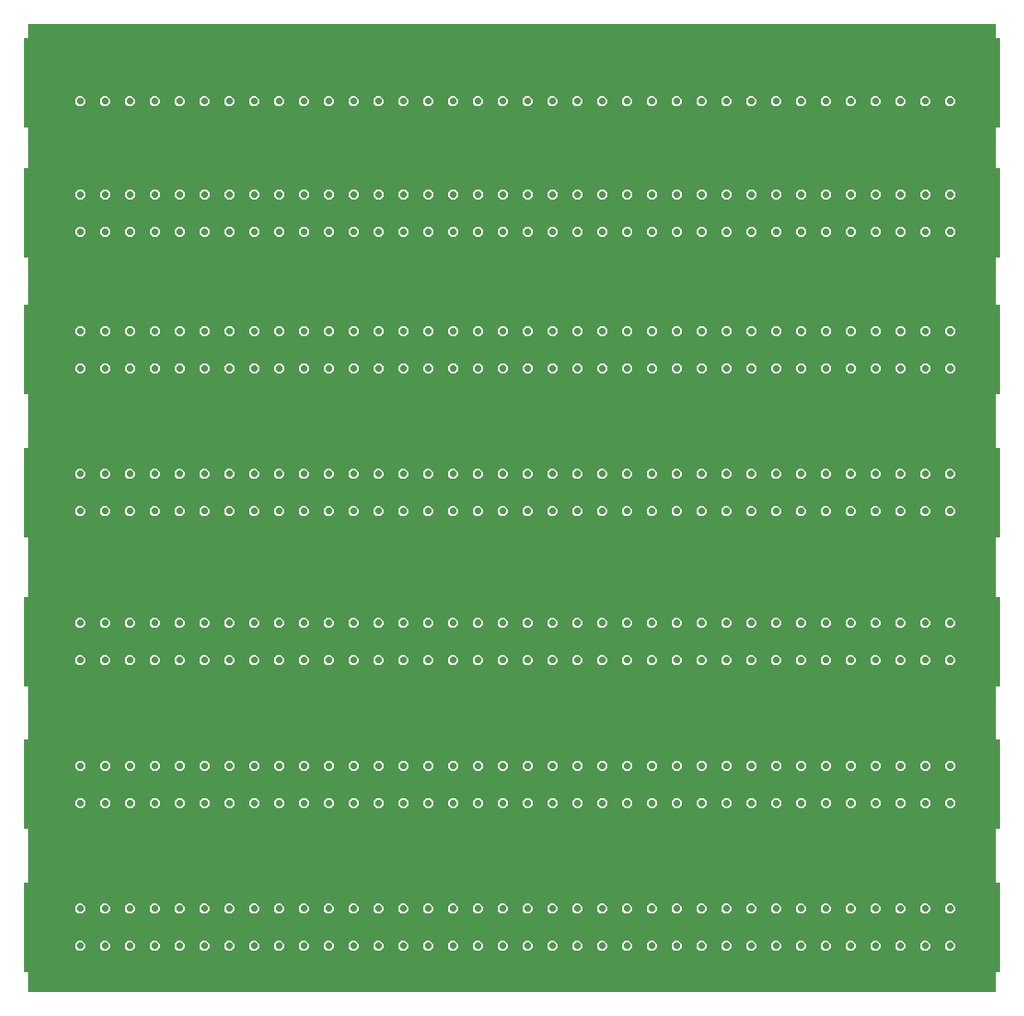
<source format=gbl>
G04 EAGLE Gerber RS-274X export*
G75*
%MOMM*%
%FSLAX34Y34*%
%LPD*%
%INBottom Copper Layer*%
%IPPOS*%
%AMOC8*
5,1,8,0,0,1.08239X$1,22.5*%
G01*
%ADD10C,0.554000*%
%ADD11R,4.572000X9.144000*%
%ADD12C,0.762000*%
%ADD13C,0.704000*%

G36*
X992398Y3814D02*
X992398Y3814D01*
X992417Y3812D01*
X992519Y3834D01*
X992621Y3850D01*
X992638Y3860D01*
X992658Y3864D01*
X992747Y3917D01*
X992838Y3966D01*
X992852Y3980D01*
X992869Y3990D01*
X992936Y4069D01*
X993008Y4144D01*
X993016Y4162D01*
X993029Y4177D01*
X993068Y4273D01*
X993111Y4367D01*
X993113Y4387D01*
X993121Y4405D01*
X993139Y4572D01*
X993139Y992378D01*
X993136Y992398D01*
X993138Y992417D01*
X993116Y992519D01*
X993100Y992621D01*
X993090Y992638D01*
X993086Y992658D01*
X993033Y992747D01*
X992984Y992838D01*
X992970Y992852D01*
X992960Y992869D01*
X992881Y992936D01*
X992806Y993008D01*
X992788Y993016D01*
X992773Y993029D01*
X992677Y993068D01*
X992583Y993111D01*
X992563Y993113D01*
X992545Y993121D01*
X992378Y993139D01*
X4572Y993139D01*
X4552Y993136D01*
X4533Y993138D01*
X4431Y993116D01*
X4329Y993100D01*
X4312Y993090D01*
X4292Y993086D01*
X4203Y993033D01*
X4112Y992984D01*
X4098Y992970D01*
X4081Y992960D01*
X4014Y992881D01*
X3942Y992806D01*
X3934Y992788D01*
X3921Y992773D01*
X3882Y992677D01*
X3839Y992583D01*
X3837Y992563D01*
X3829Y992545D01*
X3811Y992378D01*
X3811Y4572D01*
X3814Y4552D01*
X3812Y4533D01*
X3834Y4431D01*
X3850Y4329D01*
X3860Y4312D01*
X3864Y4292D01*
X3917Y4203D01*
X3966Y4112D01*
X3980Y4098D01*
X3990Y4081D01*
X4069Y4014D01*
X4144Y3942D01*
X4162Y3934D01*
X4177Y3921D01*
X4273Y3882D01*
X4367Y3839D01*
X4387Y3837D01*
X4405Y3829D01*
X4572Y3811D01*
X992378Y3811D01*
X992398Y3814D01*
G37*
%LPC*%
G36*
X131260Y337855D02*
X131260Y337855D01*
X128305Y340810D01*
X128305Y344990D01*
X131260Y347945D01*
X135440Y347945D01*
X138395Y344990D01*
X138395Y340810D01*
X135440Y337855D01*
X131260Y337855D01*
G37*
%LPD*%
%LPC*%
G36*
X918660Y337855D02*
X918660Y337855D01*
X915705Y340810D01*
X915705Y344990D01*
X918660Y347945D01*
X922840Y347945D01*
X925795Y344990D01*
X925795Y340810D01*
X922840Y337855D01*
X918660Y337855D01*
G37*
%LPD*%
%LPC*%
G36*
X156660Y337855D02*
X156660Y337855D01*
X153705Y340810D01*
X153705Y344990D01*
X156660Y347945D01*
X160840Y347945D01*
X163795Y344990D01*
X163795Y340810D01*
X160840Y337855D01*
X156660Y337855D01*
G37*
%LPD*%
%LPC*%
G36*
X182060Y337855D02*
X182060Y337855D01*
X179105Y340810D01*
X179105Y344990D01*
X182060Y347945D01*
X186240Y347945D01*
X189195Y344990D01*
X189195Y340810D01*
X186240Y337855D01*
X182060Y337855D01*
G37*
%LPD*%
%LPC*%
G36*
X207460Y337855D02*
X207460Y337855D01*
X204505Y340810D01*
X204505Y344990D01*
X207460Y347945D01*
X211640Y347945D01*
X214595Y344990D01*
X214595Y340810D01*
X211640Y337855D01*
X207460Y337855D01*
G37*
%LPD*%
%LPC*%
G36*
X232860Y337855D02*
X232860Y337855D01*
X229905Y340810D01*
X229905Y344990D01*
X232860Y347945D01*
X237040Y347945D01*
X239995Y344990D01*
X239995Y340810D01*
X237040Y337855D01*
X232860Y337855D01*
G37*
%LPD*%
%LPC*%
G36*
X258260Y337855D02*
X258260Y337855D01*
X255305Y340810D01*
X255305Y344990D01*
X258260Y347945D01*
X262440Y347945D01*
X265395Y344990D01*
X265395Y340810D01*
X262440Y337855D01*
X258260Y337855D01*
G37*
%LPD*%
%LPC*%
G36*
X461460Y337855D02*
X461460Y337855D01*
X458505Y340810D01*
X458505Y344990D01*
X461460Y347945D01*
X465640Y347945D01*
X468595Y344990D01*
X468595Y340810D01*
X465640Y337855D01*
X461460Y337855D01*
G37*
%LPD*%
%LPC*%
G36*
X436060Y337855D02*
X436060Y337855D01*
X433105Y340810D01*
X433105Y344990D01*
X436060Y347945D01*
X440240Y347945D01*
X443195Y344990D01*
X443195Y340810D01*
X440240Y337855D01*
X436060Y337855D01*
G37*
%LPD*%
%LPC*%
G36*
X410660Y337855D02*
X410660Y337855D01*
X407705Y340810D01*
X407705Y344990D01*
X410660Y347945D01*
X414840Y347945D01*
X417795Y344990D01*
X417795Y340810D01*
X414840Y337855D01*
X410660Y337855D01*
G37*
%LPD*%
%LPC*%
G36*
X385260Y337855D02*
X385260Y337855D01*
X382305Y340810D01*
X382305Y344990D01*
X385260Y347945D01*
X389440Y347945D01*
X392395Y344990D01*
X392395Y340810D01*
X389440Y337855D01*
X385260Y337855D01*
G37*
%LPD*%
%LPC*%
G36*
X359860Y337855D02*
X359860Y337855D01*
X356905Y340810D01*
X356905Y344990D01*
X359860Y347945D01*
X364040Y347945D01*
X366995Y344990D01*
X366995Y340810D01*
X364040Y337855D01*
X359860Y337855D01*
G37*
%LPD*%
%LPC*%
G36*
X334460Y337855D02*
X334460Y337855D01*
X331505Y340810D01*
X331505Y344990D01*
X334460Y347945D01*
X338640Y347945D01*
X341595Y344990D01*
X341595Y340810D01*
X338640Y337855D01*
X334460Y337855D01*
G37*
%LPD*%
%LPC*%
G36*
X309060Y337855D02*
X309060Y337855D01*
X306105Y340810D01*
X306105Y344990D01*
X309060Y347945D01*
X313240Y347945D01*
X316195Y344990D01*
X316195Y340810D01*
X313240Y337855D01*
X309060Y337855D01*
G37*
%LPD*%
%LPC*%
G36*
X55060Y337855D02*
X55060Y337855D01*
X52105Y340810D01*
X52105Y344990D01*
X55060Y347945D01*
X59240Y347945D01*
X62195Y344990D01*
X62195Y340810D01*
X59240Y337855D01*
X55060Y337855D01*
G37*
%LPD*%
%LPC*%
G36*
X80460Y337855D02*
X80460Y337855D01*
X77505Y340810D01*
X77505Y344990D01*
X80460Y347945D01*
X84640Y347945D01*
X87595Y344990D01*
X87595Y340810D01*
X84640Y337855D01*
X80460Y337855D01*
G37*
%LPD*%
%LPC*%
G36*
X283660Y337855D02*
X283660Y337855D01*
X280705Y340810D01*
X280705Y344990D01*
X283660Y347945D01*
X287840Y347945D01*
X290795Y344990D01*
X290795Y340810D01*
X287840Y337855D01*
X283660Y337855D01*
G37*
%LPD*%
%LPC*%
G36*
X740860Y337855D02*
X740860Y337855D01*
X737905Y340810D01*
X737905Y344990D01*
X740860Y347945D01*
X745040Y347945D01*
X747995Y344990D01*
X747995Y340810D01*
X745040Y337855D01*
X740860Y337855D01*
G37*
%LPD*%
%LPC*%
G36*
X563060Y337855D02*
X563060Y337855D01*
X560105Y340810D01*
X560105Y344990D01*
X563060Y347945D01*
X567240Y347945D01*
X570195Y344990D01*
X570195Y340810D01*
X567240Y337855D01*
X563060Y337855D01*
G37*
%LPD*%
%LPC*%
G36*
X588460Y337855D02*
X588460Y337855D01*
X585505Y340810D01*
X585505Y344990D01*
X588460Y347945D01*
X592640Y347945D01*
X595595Y344990D01*
X595595Y340810D01*
X592640Y337855D01*
X588460Y337855D01*
G37*
%LPD*%
%LPC*%
G36*
X613860Y337855D02*
X613860Y337855D01*
X610905Y340810D01*
X610905Y344990D01*
X613860Y347945D01*
X618040Y347945D01*
X620995Y344990D01*
X620995Y340810D01*
X618040Y337855D01*
X613860Y337855D01*
G37*
%LPD*%
%LPC*%
G36*
X639260Y337855D02*
X639260Y337855D01*
X636305Y340810D01*
X636305Y344990D01*
X639260Y347945D01*
X643440Y347945D01*
X646395Y344990D01*
X646395Y340810D01*
X643440Y337855D01*
X639260Y337855D01*
G37*
%LPD*%
%LPC*%
G36*
X664660Y337855D02*
X664660Y337855D01*
X661705Y340810D01*
X661705Y344990D01*
X664660Y347945D01*
X668840Y347945D01*
X671795Y344990D01*
X671795Y340810D01*
X668840Y337855D01*
X664660Y337855D01*
G37*
%LPD*%
%LPC*%
G36*
X690060Y337855D02*
X690060Y337855D01*
X687105Y340810D01*
X687105Y344990D01*
X690060Y347945D01*
X694240Y347945D01*
X697195Y344990D01*
X697195Y340810D01*
X694240Y337855D01*
X690060Y337855D01*
G37*
%LPD*%
%LPC*%
G36*
X715460Y337855D02*
X715460Y337855D01*
X712505Y340810D01*
X712505Y344990D01*
X715460Y347945D01*
X719640Y347945D01*
X722595Y344990D01*
X722595Y340810D01*
X719640Y337855D01*
X715460Y337855D01*
G37*
%LPD*%
%LPC*%
G36*
X766260Y337855D02*
X766260Y337855D01*
X763305Y340810D01*
X763305Y344990D01*
X766260Y347945D01*
X770440Y347945D01*
X773395Y344990D01*
X773395Y340810D01*
X770440Y337855D01*
X766260Y337855D01*
G37*
%LPD*%
%LPC*%
G36*
X944060Y337855D02*
X944060Y337855D01*
X941105Y340810D01*
X941105Y344990D01*
X944060Y347945D01*
X948240Y347945D01*
X951195Y344990D01*
X951195Y340810D01*
X948240Y337855D01*
X944060Y337855D01*
G37*
%LPD*%
%LPC*%
G36*
X537660Y337855D02*
X537660Y337855D01*
X534705Y340810D01*
X534705Y344990D01*
X537660Y347945D01*
X541840Y347945D01*
X544795Y344990D01*
X544795Y340810D01*
X541840Y337855D01*
X537660Y337855D01*
G37*
%LPD*%
%LPC*%
G36*
X512260Y337855D02*
X512260Y337855D01*
X509305Y340810D01*
X509305Y344990D01*
X512260Y347945D01*
X516440Y347945D01*
X519395Y344990D01*
X519395Y340810D01*
X516440Y337855D01*
X512260Y337855D01*
G37*
%LPD*%
%LPC*%
G36*
X436060Y229905D02*
X436060Y229905D01*
X433105Y232860D01*
X433105Y237040D01*
X436060Y239995D01*
X440240Y239995D01*
X443195Y237040D01*
X443195Y232860D01*
X440240Y229905D01*
X436060Y229905D01*
G37*
%LPD*%
%LPC*%
G36*
X563060Y229905D02*
X563060Y229905D01*
X560105Y232860D01*
X560105Y237040D01*
X563060Y239995D01*
X567240Y239995D01*
X570195Y237040D01*
X570195Y232860D01*
X567240Y229905D01*
X563060Y229905D01*
G37*
%LPD*%
%LPC*%
G36*
X461460Y229905D02*
X461460Y229905D01*
X458505Y232860D01*
X458505Y237040D01*
X461460Y239995D01*
X465640Y239995D01*
X468595Y237040D01*
X468595Y232860D01*
X465640Y229905D01*
X461460Y229905D01*
G37*
%LPD*%
%LPC*%
G36*
X410660Y229905D02*
X410660Y229905D01*
X407705Y232860D01*
X407705Y237040D01*
X410660Y239995D01*
X414840Y239995D01*
X417795Y237040D01*
X417795Y232860D01*
X414840Y229905D01*
X410660Y229905D01*
G37*
%LPD*%
%LPC*%
G36*
X385260Y229905D02*
X385260Y229905D01*
X382305Y232860D01*
X382305Y237040D01*
X385260Y239995D01*
X389440Y239995D01*
X392395Y237040D01*
X392395Y232860D01*
X389440Y229905D01*
X385260Y229905D01*
G37*
%LPD*%
%LPC*%
G36*
X359860Y229905D02*
X359860Y229905D01*
X356905Y232860D01*
X356905Y237040D01*
X359860Y239995D01*
X364040Y239995D01*
X366995Y237040D01*
X366995Y232860D01*
X364040Y229905D01*
X359860Y229905D01*
G37*
%LPD*%
%LPC*%
G36*
X334460Y229905D02*
X334460Y229905D01*
X331505Y232860D01*
X331505Y237040D01*
X334460Y239995D01*
X338640Y239995D01*
X341595Y237040D01*
X341595Y232860D01*
X338640Y229905D01*
X334460Y229905D01*
G37*
%LPD*%
%LPC*%
G36*
X309060Y229905D02*
X309060Y229905D01*
X306105Y232860D01*
X306105Y237040D01*
X309060Y239995D01*
X313240Y239995D01*
X316195Y237040D01*
X316195Y232860D01*
X313240Y229905D01*
X309060Y229905D01*
G37*
%LPD*%
%LPC*%
G36*
X283660Y229905D02*
X283660Y229905D01*
X280705Y232860D01*
X280705Y237040D01*
X283660Y239995D01*
X287840Y239995D01*
X290795Y237040D01*
X290795Y232860D01*
X287840Y229905D01*
X283660Y229905D01*
G37*
%LPD*%
%LPC*%
G36*
X80460Y229905D02*
X80460Y229905D01*
X77505Y232860D01*
X77505Y237040D01*
X80460Y239995D01*
X84640Y239995D01*
X87595Y237040D01*
X87595Y232860D01*
X84640Y229905D01*
X80460Y229905D01*
G37*
%LPD*%
%LPC*%
G36*
X55060Y229905D02*
X55060Y229905D01*
X52105Y232860D01*
X52105Y237040D01*
X55060Y239995D01*
X59240Y239995D01*
X62195Y237040D01*
X62195Y232860D01*
X59240Y229905D01*
X55060Y229905D01*
G37*
%LPD*%
%LPC*%
G36*
X690060Y229905D02*
X690060Y229905D01*
X687105Y232860D01*
X687105Y237040D01*
X690060Y239995D01*
X694240Y239995D01*
X697195Y237040D01*
X697195Y232860D01*
X694240Y229905D01*
X690060Y229905D01*
G37*
%LPD*%
%LPC*%
G36*
X664660Y229905D02*
X664660Y229905D01*
X661705Y232860D01*
X661705Y237040D01*
X664660Y239995D01*
X668840Y239995D01*
X671795Y237040D01*
X671795Y232860D01*
X668840Y229905D01*
X664660Y229905D01*
G37*
%LPD*%
%LPC*%
G36*
X639260Y229905D02*
X639260Y229905D01*
X636305Y232860D01*
X636305Y237040D01*
X639260Y239995D01*
X643440Y239995D01*
X646395Y237040D01*
X646395Y232860D01*
X643440Y229905D01*
X639260Y229905D01*
G37*
%LPD*%
%LPC*%
G36*
X613860Y229905D02*
X613860Y229905D01*
X610905Y232860D01*
X610905Y237040D01*
X613860Y239995D01*
X618040Y239995D01*
X620995Y237040D01*
X620995Y232860D01*
X618040Y229905D01*
X613860Y229905D01*
G37*
%LPD*%
%LPC*%
G36*
X588460Y229905D02*
X588460Y229905D01*
X585505Y232860D01*
X585505Y237040D01*
X588460Y239995D01*
X592640Y239995D01*
X595595Y237040D01*
X595595Y232860D01*
X592640Y229905D01*
X588460Y229905D01*
G37*
%LPD*%
%LPC*%
G36*
X105860Y337855D02*
X105860Y337855D01*
X102905Y340810D01*
X102905Y344990D01*
X105860Y347945D01*
X110040Y347945D01*
X112995Y344990D01*
X112995Y340810D01*
X110040Y337855D01*
X105860Y337855D01*
G37*
%LPD*%
%LPC*%
G36*
X740860Y229905D02*
X740860Y229905D01*
X737905Y232860D01*
X737905Y237040D01*
X740860Y239995D01*
X745040Y239995D01*
X747995Y237040D01*
X747995Y232860D01*
X745040Y229905D01*
X740860Y229905D01*
G37*
%LPD*%
%LPC*%
G36*
X715460Y229905D02*
X715460Y229905D01*
X712505Y232860D01*
X712505Y237040D01*
X715460Y239995D01*
X719640Y239995D01*
X722595Y237040D01*
X722595Y232860D01*
X719640Y229905D01*
X715460Y229905D01*
G37*
%LPD*%
%LPC*%
G36*
X766260Y229905D02*
X766260Y229905D01*
X763305Y232860D01*
X763305Y237040D01*
X766260Y239995D01*
X770440Y239995D01*
X773395Y237040D01*
X773395Y232860D01*
X770440Y229905D01*
X766260Y229905D01*
G37*
%LPD*%
%LPC*%
G36*
X512260Y229905D02*
X512260Y229905D01*
X509305Y232860D01*
X509305Y237040D01*
X512260Y239995D01*
X516440Y239995D01*
X519395Y237040D01*
X519395Y232860D01*
X516440Y229905D01*
X512260Y229905D01*
G37*
%LPD*%
%LPC*%
G36*
X537660Y229905D02*
X537660Y229905D01*
X534705Y232860D01*
X534705Y237040D01*
X537660Y239995D01*
X541840Y239995D01*
X544795Y237040D01*
X544795Y232860D01*
X541840Y229905D01*
X537660Y229905D01*
G37*
%LPD*%
%LPC*%
G36*
X944060Y229905D02*
X944060Y229905D01*
X941105Y232860D01*
X941105Y237040D01*
X944060Y239995D01*
X948240Y239995D01*
X951195Y237040D01*
X951195Y232860D01*
X948240Y229905D01*
X944060Y229905D01*
G37*
%LPD*%
%LPC*%
G36*
X918660Y229905D02*
X918660Y229905D01*
X915705Y232860D01*
X915705Y237040D01*
X918660Y239995D01*
X922840Y239995D01*
X925795Y237040D01*
X925795Y232860D01*
X922840Y229905D01*
X918660Y229905D01*
G37*
%LPD*%
%LPC*%
G36*
X893260Y229905D02*
X893260Y229905D01*
X890305Y232860D01*
X890305Y237040D01*
X893260Y239995D01*
X897440Y239995D01*
X900395Y237040D01*
X900395Y232860D01*
X897440Y229905D01*
X893260Y229905D01*
G37*
%LPD*%
%LPC*%
G36*
X867860Y229905D02*
X867860Y229905D01*
X864905Y232860D01*
X864905Y237040D01*
X867860Y239995D01*
X872040Y239995D01*
X874995Y237040D01*
X874995Y232860D01*
X872040Y229905D01*
X867860Y229905D01*
G37*
%LPD*%
%LPC*%
G36*
X842460Y229905D02*
X842460Y229905D01*
X839505Y232860D01*
X839505Y237040D01*
X842460Y239995D01*
X846640Y239995D01*
X849595Y237040D01*
X849595Y232860D01*
X846640Y229905D01*
X842460Y229905D01*
G37*
%LPD*%
%LPC*%
G36*
X817060Y229905D02*
X817060Y229905D01*
X814105Y232860D01*
X814105Y237040D01*
X817060Y239995D01*
X821240Y239995D01*
X824195Y237040D01*
X824195Y232860D01*
X821240Y229905D01*
X817060Y229905D01*
G37*
%LPD*%
%LPC*%
G36*
X791660Y229905D02*
X791660Y229905D01*
X788705Y232860D01*
X788705Y237040D01*
X791660Y239995D01*
X795840Y239995D01*
X798795Y237040D01*
X798795Y232860D01*
X795840Y229905D01*
X791660Y229905D01*
G37*
%LPD*%
%LPC*%
G36*
X486860Y337855D02*
X486860Y337855D01*
X483905Y340810D01*
X483905Y344990D01*
X486860Y347945D01*
X491040Y347945D01*
X493995Y344990D01*
X493995Y340810D01*
X491040Y337855D01*
X486860Y337855D01*
G37*
%LPD*%
%LPC*%
G36*
X156660Y490255D02*
X156660Y490255D01*
X153705Y493210D01*
X153705Y497390D01*
X156660Y500345D01*
X160840Y500345D01*
X163795Y497390D01*
X163795Y493210D01*
X160840Y490255D01*
X156660Y490255D01*
G37*
%LPD*%
%LPC*%
G36*
X664660Y375955D02*
X664660Y375955D01*
X661705Y378910D01*
X661705Y383090D01*
X664660Y386045D01*
X668840Y386045D01*
X671795Y383090D01*
X671795Y378910D01*
X668840Y375955D01*
X664660Y375955D01*
G37*
%LPD*%
%LPC*%
G36*
X690060Y375955D02*
X690060Y375955D01*
X687105Y378910D01*
X687105Y383090D01*
X690060Y386045D01*
X694240Y386045D01*
X697195Y383090D01*
X697195Y378910D01*
X694240Y375955D01*
X690060Y375955D01*
G37*
%LPD*%
%LPC*%
G36*
X740860Y375955D02*
X740860Y375955D01*
X737905Y378910D01*
X737905Y383090D01*
X740860Y386045D01*
X745040Y386045D01*
X747995Y383090D01*
X747995Y378910D01*
X745040Y375955D01*
X740860Y375955D01*
G37*
%LPD*%
%LPC*%
G36*
X766260Y375955D02*
X766260Y375955D01*
X763305Y378910D01*
X763305Y383090D01*
X766260Y386045D01*
X770440Y386045D01*
X773395Y383090D01*
X773395Y378910D01*
X770440Y375955D01*
X766260Y375955D01*
G37*
%LPD*%
%LPC*%
G36*
X791660Y375955D02*
X791660Y375955D01*
X788705Y378910D01*
X788705Y383090D01*
X791660Y386045D01*
X795840Y386045D01*
X798795Y383090D01*
X798795Y378910D01*
X795840Y375955D01*
X791660Y375955D01*
G37*
%LPD*%
%LPC*%
G36*
X817060Y375955D02*
X817060Y375955D01*
X814105Y378910D01*
X814105Y383090D01*
X817060Y386045D01*
X821240Y386045D01*
X824195Y383090D01*
X824195Y378910D01*
X821240Y375955D01*
X817060Y375955D01*
G37*
%LPD*%
%LPC*%
G36*
X842460Y375955D02*
X842460Y375955D01*
X839505Y378910D01*
X839505Y383090D01*
X842460Y386045D01*
X846640Y386045D01*
X849595Y383090D01*
X849595Y378910D01*
X846640Y375955D01*
X842460Y375955D01*
G37*
%LPD*%
%LPC*%
G36*
X867860Y375955D02*
X867860Y375955D01*
X864905Y378910D01*
X864905Y383090D01*
X867860Y386045D01*
X872040Y386045D01*
X874995Y383090D01*
X874995Y378910D01*
X872040Y375955D01*
X867860Y375955D01*
G37*
%LPD*%
%LPC*%
G36*
X893260Y375955D02*
X893260Y375955D01*
X890305Y378910D01*
X890305Y383090D01*
X893260Y386045D01*
X897440Y386045D01*
X900395Y383090D01*
X900395Y378910D01*
X897440Y375955D01*
X893260Y375955D01*
G37*
%LPD*%
%LPC*%
G36*
X918660Y375955D02*
X918660Y375955D01*
X915705Y378910D01*
X915705Y383090D01*
X918660Y386045D01*
X922840Y386045D01*
X925795Y383090D01*
X925795Y378910D01*
X922840Y375955D01*
X918660Y375955D01*
G37*
%LPD*%
%LPC*%
G36*
X944060Y375955D02*
X944060Y375955D01*
X941105Y378910D01*
X941105Y383090D01*
X944060Y386045D01*
X948240Y386045D01*
X951195Y383090D01*
X951195Y378910D01*
X948240Y375955D01*
X944060Y375955D01*
G37*
%LPD*%
%LPC*%
G36*
X232860Y490255D02*
X232860Y490255D01*
X229905Y493210D01*
X229905Y497390D01*
X232860Y500345D01*
X237040Y500345D01*
X239995Y497390D01*
X239995Y493210D01*
X237040Y490255D01*
X232860Y490255D01*
G37*
%LPD*%
%LPC*%
G36*
X207460Y490255D02*
X207460Y490255D01*
X204505Y493210D01*
X204505Y497390D01*
X207460Y500345D01*
X211640Y500345D01*
X214595Y497390D01*
X214595Y493210D01*
X211640Y490255D01*
X207460Y490255D01*
G37*
%LPD*%
%LPC*%
G36*
X182060Y490255D02*
X182060Y490255D01*
X179105Y493210D01*
X179105Y497390D01*
X182060Y500345D01*
X186240Y500345D01*
X189195Y497390D01*
X189195Y493210D01*
X186240Y490255D01*
X182060Y490255D01*
G37*
%LPD*%
%LPC*%
G36*
X639260Y375955D02*
X639260Y375955D01*
X636305Y378910D01*
X636305Y383090D01*
X639260Y386045D01*
X643440Y386045D01*
X646395Y383090D01*
X646395Y378910D01*
X643440Y375955D01*
X639260Y375955D01*
G37*
%LPD*%
%LPC*%
G36*
X131260Y490255D02*
X131260Y490255D01*
X128305Y493210D01*
X128305Y497390D01*
X131260Y500345D01*
X135440Y500345D01*
X138395Y497390D01*
X138395Y493210D01*
X135440Y490255D01*
X131260Y490255D01*
G37*
%LPD*%
%LPC*%
G36*
X105860Y490255D02*
X105860Y490255D01*
X102905Y493210D01*
X102905Y497390D01*
X105860Y500345D01*
X110040Y500345D01*
X112995Y497390D01*
X112995Y493210D01*
X110040Y490255D01*
X105860Y490255D01*
G37*
%LPD*%
%LPC*%
G36*
X486860Y490255D02*
X486860Y490255D01*
X483905Y493210D01*
X483905Y497390D01*
X486860Y500345D01*
X491040Y500345D01*
X493995Y497390D01*
X493995Y493210D01*
X491040Y490255D01*
X486860Y490255D01*
G37*
%LPD*%
%LPC*%
G36*
X258260Y490255D02*
X258260Y490255D01*
X255305Y493210D01*
X255305Y497390D01*
X258260Y500345D01*
X262440Y500345D01*
X265395Y497390D01*
X265395Y493210D01*
X262440Y490255D01*
X258260Y490255D01*
G37*
%LPD*%
%LPC*%
G36*
X461460Y490255D02*
X461460Y490255D01*
X458505Y493210D01*
X458505Y497390D01*
X461460Y500345D01*
X465640Y500345D01*
X468595Y497390D01*
X468595Y493210D01*
X465640Y490255D01*
X461460Y490255D01*
G37*
%LPD*%
%LPC*%
G36*
X436060Y490255D02*
X436060Y490255D01*
X433105Y493210D01*
X433105Y497390D01*
X436060Y500345D01*
X440240Y500345D01*
X443195Y497390D01*
X443195Y493210D01*
X440240Y490255D01*
X436060Y490255D01*
G37*
%LPD*%
%LPC*%
G36*
X410660Y490255D02*
X410660Y490255D01*
X407705Y493210D01*
X407705Y497390D01*
X410660Y500345D01*
X414840Y500345D01*
X417795Y497390D01*
X417795Y493210D01*
X414840Y490255D01*
X410660Y490255D01*
G37*
%LPD*%
%LPC*%
G36*
X385260Y490255D02*
X385260Y490255D01*
X382305Y493210D01*
X382305Y497390D01*
X385260Y500345D01*
X389440Y500345D01*
X392395Y497390D01*
X392395Y493210D01*
X389440Y490255D01*
X385260Y490255D01*
G37*
%LPD*%
%LPC*%
G36*
X359860Y490255D02*
X359860Y490255D01*
X356905Y493210D01*
X356905Y497390D01*
X359860Y500345D01*
X364040Y500345D01*
X366995Y497390D01*
X366995Y493210D01*
X364040Y490255D01*
X359860Y490255D01*
G37*
%LPD*%
%LPC*%
G36*
X334460Y490255D02*
X334460Y490255D01*
X331505Y493210D01*
X331505Y497390D01*
X334460Y500345D01*
X338640Y500345D01*
X341595Y497390D01*
X341595Y493210D01*
X338640Y490255D01*
X334460Y490255D01*
G37*
%LPD*%
%LPC*%
G36*
X309060Y490255D02*
X309060Y490255D01*
X306105Y493210D01*
X306105Y497390D01*
X309060Y500345D01*
X313240Y500345D01*
X316195Y497390D01*
X316195Y493210D01*
X313240Y490255D01*
X309060Y490255D01*
G37*
%LPD*%
%LPC*%
G36*
X283660Y490255D02*
X283660Y490255D01*
X280705Y493210D01*
X280705Y497390D01*
X283660Y500345D01*
X287840Y500345D01*
X290795Y497390D01*
X290795Y493210D01*
X287840Y490255D01*
X283660Y490255D01*
G37*
%LPD*%
%LPC*%
G36*
X55060Y490255D02*
X55060Y490255D01*
X52105Y493210D01*
X52105Y497390D01*
X55060Y500345D01*
X59240Y500345D01*
X62195Y497390D01*
X62195Y493210D01*
X59240Y490255D01*
X55060Y490255D01*
G37*
%LPD*%
%LPC*%
G36*
X309060Y375955D02*
X309060Y375955D01*
X306105Y378910D01*
X306105Y383090D01*
X309060Y386045D01*
X313240Y386045D01*
X316195Y383090D01*
X316195Y378910D01*
X313240Y375955D01*
X309060Y375955D01*
G37*
%LPD*%
%LPC*%
G36*
X867860Y337855D02*
X867860Y337855D01*
X864905Y340810D01*
X864905Y344990D01*
X867860Y347945D01*
X872040Y347945D01*
X874995Y344990D01*
X874995Y340810D01*
X872040Y337855D01*
X867860Y337855D01*
G37*
%LPD*%
%LPC*%
G36*
X842460Y337855D02*
X842460Y337855D01*
X839505Y340810D01*
X839505Y344990D01*
X842460Y347945D01*
X846640Y347945D01*
X849595Y344990D01*
X849595Y340810D01*
X846640Y337855D01*
X842460Y337855D01*
G37*
%LPD*%
%LPC*%
G36*
X817060Y337855D02*
X817060Y337855D01*
X814105Y340810D01*
X814105Y344990D01*
X817060Y347945D01*
X821240Y347945D01*
X824195Y344990D01*
X824195Y340810D01*
X821240Y337855D01*
X817060Y337855D01*
G37*
%LPD*%
%LPC*%
G36*
X791660Y337855D02*
X791660Y337855D01*
X788705Y340810D01*
X788705Y344990D01*
X791660Y347945D01*
X795840Y347945D01*
X798795Y344990D01*
X798795Y340810D01*
X795840Y337855D01*
X791660Y337855D01*
G37*
%LPD*%
%LPC*%
G36*
X232860Y375955D02*
X232860Y375955D01*
X229905Y378910D01*
X229905Y383090D01*
X232860Y386045D01*
X237040Y386045D01*
X239995Y383090D01*
X239995Y378910D01*
X237040Y375955D01*
X232860Y375955D01*
G37*
%LPD*%
%LPC*%
G36*
X55060Y375955D02*
X55060Y375955D01*
X52105Y378910D01*
X52105Y383090D01*
X55060Y386045D01*
X59240Y386045D01*
X62195Y383090D01*
X62195Y378910D01*
X59240Y375955D01*
X55060Y375955D01*
G37*
%LPD*%
%LPC*%
G36*
X80460Y375955D02*
X80460Y375955D01*
X77505Y378910D01*
X77505Y383090D01*
X80460Y386045D01*
X84640Y386045D01*
X87595Y383090D01*
X87595Y378910D01*
X84640Y375955D01*
X80460Y375955D01*
G37*
%LPD*%
%LPC*%
G36*
X105860Y375955D02*
X105860Y375955D01*
X102905Y378910D01*
X102905Y383090D01*
X105860Y386045D01*
X110040Y386045D01*
X112995Y383090D01*
X112995Y378910D01*
X110040Y375955D01*
X105860Y375955D01*
G37*
%LPD*%
%LPC*%
G36*
X131260Y375955D02*
X131260Y375955D01*
X128305Y378910D01*
X128305Y383090D01*
X131260Y386045D01*
X135440Y386045D01*
X138395Y383090D01*
X138395Y378910D01*
X135440Y375955D01*
X131260Y375955D01*
G37*
%LPD*%
%LPC*%
G36*
X156660Y375955D02*
X156660Y375955D01*
X153705Y378910D01*
X153705Y383090D01*
X156660Y386045D01*
X160840Y386045D01*
X163795Y383090D01*
X163795Y378910D01*
X160840Y375955D01*
X156660Y375955D01*
G37*
%LPD*%
%LPC*%
G36*
X182060Y375955D02*
X182060Y375955D01*
X179105Y378910D01*
X179105Y383090D01*
X182060Y386045D01*
X186240Y386045D01*
X189195Y383090D01*
X189195Y378910D01*
X186240Y375955D01*
X182060Y375955D01*
G37*
%LPD*%
%LPC*%
G36*
X207460Y375955D02*
X207460Y375955D01*
X204505Y378910D01*
X204505Y383090D01*
X207460Y386045D01*
X211640Y386045D01*
X214595Y383090D01*
X214595Y378910D01*
X211640Y375955D01*
X207460Y375955D01*
G37*
%LPD*%
%LPC*%
G36*
X258260Y375955D02*
X258260Y375955D01*
X255305Y378910D01*
X255305Y383090D01*
X258260Y386045D01*
X262440Y386045D01*
X265395Y383090D01*
X265395Y378910D01*
X262440Y375955D01*
X258260Y375955D01*
G37*
%LPD*%
%LPC*%
G36*
X283660Y375955D02*
X283660Y375955D01*
X280705Y378910D01*
X280705Y383090D01*
X283660Y386045D01*
X287840Y386045D01*
X290795Y383090D01*
X290795Y378910D01*
X287840Y375955D01*
X283660Y375955D01*
G37*
%LPD*%
%LPC*%
G36*
X893260Y337855D02*
X893260Y337855D01*
X890305Y340810D01*
X890305Y344990D01*
X893260Y347945D01*
X897440Y347945D01*
X900395Y344990D01*
X900395Y340810D01*
X897440Y337855D01*
X893260Y337855D01*
G37*
%LPD*%
%LPC*%
G36*
X334460Y375955D02*
X334460Y375955D01*
X331505Y378910D01*
X331505Y383090D01*
X334460Y386045D01*
X338640Y386045D01*
X341595Y383090D01*
X341595Y378910D01*
X338640Y375955D01*
X334460Y375955D01*
G37*
%LPD*%
%LPC*%
G36*
X359860Y375955D02*
X359860Y375955D01*
X356905Y378910D01*
X356905Y383090D01*
X359860Y386045D01*
X364040Y386045D01*
X366995Y383090D01*
X366995Y378910D01*
X364040Y375955D01*
X359860Y375955D01*
G37*
%LPD*%
%LPC*%
G36*
X385260Y375955D02*
X385260Y375955D01*
X382305Y378910D01*
X382305Y383090D01*
X385260Y386045D01*
X389440Y386045D01*
X392395Y383090D01*
X392395Y378910D01*
X389440Y375955D01*
X385260Y375955D01*
G37*
%LPD*%
%LPC*%
G36*
X410660Y375955D02*
X410660Y375955D01*
X407705Y378910D01*
X407705Y383090D01*
X410660Y386045D01*
X414840Y386045D01*
X417795Y383090D01*
X417795Y378910D01*
X414840Y375955D01*
X410660Y375955D01*
G37*
%LPD*%
%LPC*%
G36*
X436060Y375955D02*
X436060Y375955D01*
X433105Y378910D01*
X433105Y383090D01*
X436060Y386045D01*
X440240Y386045D01*
X443195Y383090D01*
X443195Y378910D01*
X440240Y375955D01*
X436060Y375955D01*
G37*
%LPD*%
%LPC*%
G36*
X461460Y375955D02*
X461460Y375955D01*
X458505Y378910D01*
X458505Y383090D01*
X461460Y386045D01*
X465640Y386045D01*
X468595Y383090D01*
X468595Y378910D01*
X465640Y375955D01*
X461460Y375955D01*
G37*
%LPD*%
%LPC*%
G36*
X486860Y375955D02*
X486860Y375955D01*
X483905Y378910D01*
X483905Y383090D01*
X486860Y386045D01*
X491040Y386045D01*
X493995Y383090D01*
X493995Y378910D01*
X491040Y375955D01*
X486860Y375955D01*
G37*
%LPD*%
%LPC*%
G36*
X512260Y375955D02*
X512260Y375955D01*
X509305Y378910D01*
X509305Y383090D01*
X512260Y386045D01*
X516440Y386045D01*
X519395Y383090D01*
X519395Y378910D01*
X516440Y375955D01*
X512260Y375955D01*
G37*
%LPD*%
%LPC*%
G36*
X715460Y375955D02*
X715460Y375955D01*
X712505Y378910D01*
X712505Y383090D01*
X715460Y386045D01*
X719640Y386045D01*
X722595Y383090D01*
X722595Y378910D01*
X719640Y375955D01*
X715460Y375955D01*
G37*
%LPD*%
%LPC*%
G36*
X537660Y375955D02*
X537660Y375955D01*
X534705Y378910D01*
X534705Y383090D01*
X537660Y386045D01*
X541840Y386045D01*
X544795Y383090D01*
X544795Y378910D01*
X541840Y375955D01*
X537660Y375955D01*
G37*
%LPD*%
%LPC*%
G36*
X563060Y375955D02*
X563060Y375955D01*
X560105Y378910D01*
X560105Y383090D01*
X563060Y386045D01*
X567240Y386045D01*
X570195Y383090D01*
X570195Y378910D01*
X567240Y375955D01*
X563060Y375955D01*
G37*
%LPD*%
%LPC*%
G36*
X588460Y375955D02*
X588460Y375955D01*
X585505Y378910D01*
X585505Y383090D01*
X588460Y386045D01*
X592640Y386045D01*
X595595Y383090D01*
X595595Y378910D01*
X592640Y375955D01*
X588460Y375955D01*
G37*
%LPD*%
%LPC*%
G36*
X613860Y375955D02*
X613860Y375955D01*
X610905Y378910D01*
X610905Y383090D01*
X613860Y386045D01*
X618040Y386045D01*
X620995Y383090D01*
X620995Y378910D01*
X618040Y375955D01*
X613860Y375955D01*
G37*
%LPD*%
%LPC*%
G36*
X309060Y83855D02*
X309060Y83855D01*
X306105Y86810D01*
X306105Y90990D01*
X309060Y93945D01*
X313240Y93945D01*
X316195Y90990D01*
X316195Y86810D01*
X313240Y83855D01*
X309060Y83855D01*
G37*
%LPD*%
%LPC*%
G36*
X918660Y45755D02*
X918660Y45755D01*
X915705Y48710D01*
X915705Y52890D01*
X918660Y55845D01*
X922840Y55845D01*
X925795Y52890D01*
X925795Y48710D01*
X922840Y45755D01*
X918660Y45755D01*
G37*
%LPD*%
%LPC*%
G36*
X893260Y45755D02*
X893260Y45755D01*
X890305Y48710D01*
X890305Y52890D01*
X893260Y55845D01*
X897440Y55845D01*
X900395Y52890D01*
X900395Y48710D01*
X897440Y45755D01*
X893260Y45755D01*
G37*
%LPD*%
%LPC*%
G36*
X867860Y45755D02*
X867860Y45755D01*
X864905Y48710D01*
X864905Y52890D01*
X867860Y55845D01*
X872040Y55845D01*
X874995Y52890D01*
X874995Y48710D01*
X872040Y45755D01*
X867860Y45755D01*
G37*
%LPD*%
%LPC*%
G36*
X842460Y45755D02*
X842460Y45755D01*
X839505Y48710D01*
X839505Y52890D01*
X842460Y55845D01*
X846640Y55845D01*
X849595Y52890D01*
X849595Y48710D01*
X846640Y45755D01*
X842460Y45755D01*
G37*
%LPD*%
%LPC*%
G36*
X817060Y45755D02*
X817060Y45755D01*
X814105Y48710D01*
X814105Y52890D01*
X817060Y55845D01*
X821240Y55845D01*
X824195Y52890D01*
X824195Y48710D01*
X821240Y45755D01*
X817060Y45755D01*
G37*
%LPD*%
%LPC*%
G36*
X791660Y45755D02*
X791660Y45755D01*
X788705Y48710D01*
X788705Y52890D01*
X791660Y55845D01*
X795840Y55845D01*
X798795Y52890D01*
X798795Y48710D01*
X795840Y45755D01*
X791660Y45755D01*
G37*
%LPD*%
%LPC*%
G36*
X766260Y45755D02*
X766260Y45755D01*
X763305Y48710D01*
X763305Y52890D01*
X766260Y55845D01*
X770440Y55845D01*
X773395Y52890D01*
X773395Y48710D01*
X770440Y45755D01*
X766260Y45755D01*
G37*
%LPD*%
%LPC*%
G36*
X334460Y83855D02*
X334460Y83855D01*
X331505Y86810D01*
X331505Y90990D01*
X334460Y93945D01*
X338640Y93945D01*
X341595Y90990D01*
X341595Y86810D01*
X338640Y83855D01*
X334460Y83855D01*
G37*
%LPD*%
%LPC*%
G36*
X156660Y83855D02*
X156660Y83855D01*
X153705Y86810D01*
X153705Y90990D01*
X156660Y93945D01*
X160840Y93945D01*
X163795Y90990D01*
X163795Y86810D01*
X160840Y83855D01*
X156660Y83855D01*
G37*
%LPD*%
%LPC*%
G36*
X182060Y83855D02*
X182060Y83855D01*
X179105Y86810D01*
X179105Y90990D01*
X182060Y93945D01*
X186240Y93945D01*
X189195Y90990D01*
X189195Y86810D01*
X186240Y83855D01*
X182060Y83855D01*
G37*
%LPD*%
%LPC*%
G36*
X207460Y83855D02*
X207460Y83855D01*
X204505Y86810D01*
X204505Y90990D01*
X207460Y93945D01*
X211640Y93945D01*
X214595Y90990D01*
X214595Y86810D01*
X211640Y83855D01*
X207460Y83855D01*
G37*
%LPD*%
%LPC*%
G36*
X232860Y83855D02*
X232860Y83855D01*
X229905Y86810D01*
X229905Y90990D01*
X232860Y93945D01*
X237040Y93945D01*
X239995Y90990D01*
X239995Y86810D01*
X237040Y83855D01*
X232860Y83855D01*
G37*
%LPD*%
%LPC*%
G36*
X258260Y83855D02*
X258260Y83855D01*
X255305Y86810D01*
X255305Y90990D01*
X258260Y93945D01*
X262440Y93945D01*
X265395Y90990D01*
X265395Y86810D01*
X262440Y83855D01*
X258260Y83855D01*
G37*
%LPD*%
%LPC*%
G36*
X283660Y83855D02*
X283660Y83855D01*
X280705Y86810D01*
X280705Y90990D01*
X283660Y93945D01*
X287840Y93945D01*
X290795Y90990D01*
X290795Y86810D01*
X287840Y83855D01*
X283660Y83855D01*
G37*
%LPD*%
%LPC*%
G36*
X944060Y45755D02*
X944060Y45755D01*
X941105Y48710D01*
X941105Y52890D01*
X944060Y55845D01*
X948240Y55845D01*
X951195Y52890D01*
X951195Y48710D01*
X948240Y45755D01*
X944060Y45755D01*
G37*
%LPD*%
%LPC*%
G36*
X359860Y83855D02*
X359860Y83855D01*
X356905Y86810D01*
X356905Y90990D01*
X359860Y93945D01*
X364040Y93945D01*
X366995Y90990D01*
X366995Y86810D01*
X364040Y83855D01*
X359860Y83855D01*
G37*
%LPD*%
%LPC*%
G36*
X385260Y83855D02*
X385260Y83855D01*
X382305Y86810D01*
X382305Y90990D01*
X385260Y93945D01*
X389440Y93945D01*
X392395Y90990D01*
X392395Y86810D01*
X389440Y83855D01*
X385260Y83855D01*
G37*
%LPD*%
%LPC*%
G36*
X410660Y83855D02*
X410660Y83855D01*
X407705Y86810D01*
X407705Y90990D01*
X410660Y93945D01*
X414840Y93945D01*
X417795Y90990D01*
X417795Y86810D01*
X414840Y83855D01*
X410660Y83855D01*
G37*
%LPD*%
%LPC*%
G36*
X436060Y83855D02*
X436060Y83855D01*
X433105Y86810D01*
X433105Y90990D01*
X436060Y93945D01*
X440240Y93945D01*
X443195Y90990D01*
X443195Y86810D01*
X440240Y83855D01*
X436060Y83855D01*
G37*
%LPD*%
%LPC*%
G36*
X461460Y83855D02*
X461460Y83855D01*
X458505Y86810D01*
X458505Y90990D01*
X461460Y93945D01*
X465640Y93945D01*
X468595Y90990D01*
X468595Y86810D01*
X465640Y83855D01*
X461460Y83855D01*
G37*
%LPD*%
%LPC*%
G36*
X486860Y83855D02*
X486860Y83855D01*
X483905Y86810D01*
X483905Y90990D01*
X486860Y93945D01*
X491040Y93945D01*
X493995Y90990D01*
X493995Y86810D01*
X491040Y83855D01*
X486860Y83855D01*
G37*
%LPD*%
%LPC*%
G36*
X512260Y83855D02*
X512260Y83855D01*
X509305Y86810D01*
X509305Y90990D01*
X512260Y93945D01*
X516440Y93945D01*
X519395Y90990D01*
X519395Y86810D01*
X516440Y83855D01*
X512260Y83855D01*
G37*
%LPD*%
%LPC*%
G36*
X105860Y83855D02*
X105860Y83855D01*
X102905Y86810D01*
X102905Y90990D01*
X105860Y93945D01*
X110040Y93945D01*
X112995Y90990D01*
X112995Y86810D01*
X110040Y83855D01*
X105860Y83855D01*
G37*
%LPD*%
%LPC*%
G36*
X131260Y83855D02*
X131260Y83855D01*
X128305Y86810D01*
X128305Y90990D01*
X131260Y93945D01*
X135440Y93945D01*
X138395Y90990D01*
X138395Y86810D01*
X135440Y83855D01*
X131260Y83855D01*
G37*
%LPD*%
%LPC*%
G36*
X766260Y83855D02*
X766260Y83855D01*
X763305Y86810D01*
X763305Y90990D01*
X766260Y93945D01*
X770440Y93945D01*
X773395Y90990D01*
X773395Y86810D01*
X770440Y83855D01*
X766260Y83855D01*
G37*
%LPD*%
%LPC*%
G36*
X588460Y83855D02*
X588460Y83855D01*
X585505Y86810D01*
X585505Y90990D01*
X588460Y93945D01*
X592640Y93945D01*
X595595Y90990D01*
X595595Y86810D01*
X592640Y83855D01*
X588460Y83855D01*
G37*
%LPD*%
%LPC*%
G36*
X613860Y83855D02*
X613860Y83855D01*
X610905Y86810D01*
X610905Y90990D01*
X613860Y93945D01*
X618040Y93945D01*
X620995Y90990D01*
X620995Y86810D01*
X618040Y83855D01*
X613860Y83855D01*
G37*
%LPD*%
%LPC*%
G36*
X639260Y83855D02*
X639260Y83855D01*
X636305Y86810D01*
X636305Y90990D01*
X639260Y93945D01*
X643440Y93945D01*
X646395Y90990D01*
X646395Y86810D01*
X643440Y83855D01*
X639260Y83855D01*
G37*
%LPD*%
%LPC*%
G36*
X664660Y83855D02*
X664660Y83855D01*
X661705Y86810D01*
X661705Y90990D01*
X664660Y93945D01*
X668840Y93945D01*
X671795Y90990D01*
X671795Y86810D01*
X668840Y83855D01*
X664660Y83855D01*
G37*
%LPD*%
%LPC*%
G36*
X334460Y45755D02*
X334460Y45755D01*
X331505Y48710D01*
X331505Y52890D01*
X334460Y55845D01*
X338640Y55845D01*
X341595Y52890D01*
X341595Y48710D01*
X338640Y45755D01*
X334460Y45755D01*
G37*
%LPD*%
%LPC*%
G36*
X55060Y45755D02*
X55060Y45755D01*
X52105Y48710D01*
X52105Y52890D01*
X55060Y55845D01*
X59240Y55845D01*
X62195Y52890D01*
X62195Y48710D01*
X59240Y45755D01*
X55060Y45755D01*
G37*
%LPD*%
%LPC*%
G36*
X105860Y45755D02*
X105860Y45755D01*
X102905Y48710D01*
X102905Y52890D01*
X105860Y55845D01*
X110040Y55845D01*
X112995Y52890D01*
X112995Y48710D01*
X110040Y45755D01*
X105860Y45755D01*
G37*
%LPD*%
%LPC*%
G36*
X131260Y45755D02*
X131260Y45755D01*
X128305Y48710D01*
X128305Y52890D01*
X131260Y55845D01*
X135440Y55845D01*
X138395Y52890D01*
X138395Y48710D01*
X135440Y45755D01*
X131260Y45755D01*
G37*
%LPD*%
%LPC*%
G36*
X156660Y45755D02*
X156660Y45755D01*
X153705Y48710D01*
X153705Y52890D01*
X156660Y55845D01*
X160840Y55845D01*
X163795Y52890D01*
X163795Y48710D01*
X160840Y45755D01*
X156660Y45755D01*
G37*
%LPD*%
%LPC*%
G36*
X182060Y45755D02*
X182060Y45755D01*
X179105Y48710D01*
X179105Y52890D01*
X182060Y55845D01*
X186240Y55845D01*
X189195Y52890D01*
X189195Y48710D01*
X186240Y45755D01*
X182060Y45755D01*
G37*
%LPD*%
%LPC*%
G36*
X207460Y45755D02*
X207460Y45755D01*
X204505Y48710D01*
X204505Y52890D01*
X207460Y55845D01*
X211640Y55845D01*
X214595Y52890D01*
X214595Y48710D01*
X211640Y45755D01*
X207460Y45755D01*
G37*
%LPD*%
%LPC*%
G36*
X232860Y45755D02*
X232860Y45755D01*
X229905Y48710D01*
X229905Y52890D01*
X232860Y55845D01*
X237040Y55845D01*
X239995Y52890D01*
X239995Y48710D01*
X237040Y45755D01*
X232860Y45755D01*
G37*
%LPD*%
%LPC*%
G36*
X258260Y45755D02*
X258260Y45755D01*
X255305Y48710D01*
X255305Y52890D01*
X258260Y55845D01*
X262440Y55845D01*
X265395Y52890D01*
X265395Y48710D01*
X262440Y45755D01*
X258260Y45755D01*
G37*
%LPD*%
%LPC*%
G36*
X486860Y45755D02*
X486860Y45755D01*
X483905Y48710D01*
X483905Y52890D01*
X486860Y55845D01*
X491040Y55845D01*
X493995Y52890D01*
X493995Y48710D01*
X491040Y45755D01*
X486860Y45755D01*
G37*
%LPD*%
%LPC*%
G36*
X461460Y45755D02*
X461460Y45755D01*
X458505Y48710D01*
X458505Y52890D01*
X461460Y55845D01*
X465640Y55845D01*
X468595Y52890D01*
X468595Y48710D01*
X465640Y45755D01*
X461460Y45755D01*
G37*
%LPD*%
%LPC*%
G36*
X436060Y45755D02*
X436060Y45755D01*
X433105Y48710D01*
X433105Y52890D01*
X436060Y55845D01*
X440240Y55845D01*
X443195Y52890D01*
X443195Y48710D01*
X440240Y45755D01*
X436060Y45755D01*
G37*
%LPD*%
%LPC*%
G36*
X410660Y45755D02*
X410660Y45755D01*
X407705Y48710D01*
X407705Y52890D01*
X410660Y55845D01*
X414840Y55845D01*
X417795Y52890D01*
X417795Y48710D01*
X414840Y45755D01*
X410660Y45755D01*
G37*
%LPD*%
%LPC*%
G36*
X385260Y45755D02*
X385260Y45755D01*
X382305Y48710D01*
X382305Y52890D01*
X385260Y55845D01*
X389440Y55845D01*
X392395Y52890D01*
X392395Y48710D01*
X389440Y45755D01*
X385260Y45755D01*
G37*
%LPD*%
%LPC*%
G36*
X359860Y45755D02*
X359860Y45755D01*
X356905Y48710D01*
X356905Y52890D01*
X359860Y55845D01*
X364040Y55845D01*
X366995Y52890D01*
X366995Y48710D01*
X364040Y45755D01*
X359860Y45755D01*
G37*
%LPD*%
%LPC*%
G36*
X690060Y83855D02*
X690060Y83855D01*
X687105Y86810D01*
X687105Y90990D01*
X690060Y93945D01*
X694240Y93945D01*
X697195Y90990D01*
X697195Y86810D01*
X694240Y83855D01*
X690060Y83855D01*
G37*
%LPD*%
%LPC*%
G36*
X309060Y45755D02*
X309060Y45755D01*
X306105Y48710D01*
X306105Y52890D01*
X309060Y55845D01*
X313240Y55845D01*
X316195Y52890D01*
X316195Y48710D01*
X313240Y45755D01*
X309060Y45755D01*
G37*
%LPD*%
%LPC*%
G36*
X283660Y45755D02*
X283660Y45755D01*
X280705Y48710D01*
X280705Y52890D01*
X283660Y55845D01*
X287840Y55845D01*
X290795Y52890D01*
X290795Y48710D01*
X287840Y45755D01*
X283660Y45755D01*
G37*
%LPD*%
%LPC*%
G36*
X80460Y45755D02*
X80460Y45755D01*
X77505Y48710D01*
X77505Y52890D01*
X80460Y55845D01*
X84640Y55845D01*
X87595Y52890D01*
X87595Y48710D01*
X84640Y45755D01*
X80460Y45755D01*
G37*
%LPD*%
%LPC*%
G36*
X512260Y45755D02*
X512260Y45755D01*
X509305Y48710D01*
X509305Y52890D01*
X512260Y55845D01*
X516440Y55845D01*
X519395Y52890D01*
X519395Y48710D01*
X516440Y45755D01*
X512260Y45755D01*
G37*
%LPD*%
%LPC*%
G36*
X563060Y45755D02*
X563060Y45755D01*
X560105Y48710D01*
X560105Y52890D01*
X563060Y55845D01*
X567240Y55845D01*
X570195Y52890D01*
X570195Y48710D01*
X567240Y45755D01*
X563060Y45755D01*
G37*
%LPD*%
%LPC*%
G36*
X588460Y45755D02*
X588460Y45755D01*
X585505Y48710D01*
X585505Y52890D01*
X588460Y55845D01*
X592640Y55845D01*
X595595Y52890D01*
X595595Y48710D01*
X592640Y45755D01*
X588460Y45755D01*
G37*
%LPD*%
%LPC*%
G36*
X613860Y45755D02*
X613860Y45755D01*
X610905Y48710D01*
X610905Y52890D01*
X613860Y55845D01*
X618040Y55845D01*
X620995Y52890D01*
X620995Y48710D01*
X618040Y45755D01*
X613860Y45755D01*
G37*
%LPD*%
%LPC*%
G36*
X639260Y45755D02*
X639260Y45755D01*
X636305Y48710D01*
X636305Y52890D01*
X639260Y55845D01*
X643440Y55845D01*
X646395Y52890D01*
X646395Y48710D01*
X643440Y45755D01*
X639260Y45755D01*
G37*
%LPD*%
%LPC*%
G36*
X664660Y45755D02*
X664660Y45755D01*
X661705Y48710D01*
X661705Y52890D01*
X664660Y55845D01*
X668840Y55845D01*
X671795Y52890D01*
X671795Y48710D01*
X668840Y45755D01*
X664660Y45755D01*
G37*
%LPD*%
%LPC*%
G36*
X690060Y45755D02*
X690060Y45755D01*
X687105Y48710D01*
X687105Y52890D01*
X690060Y55845D01*
X694240Y55845D01*
X697195Y52890D01*
X697195Y48710D01*
X694240Y45755D01*
X690060Y45755D01*
G37*
%LPD*%
%LPC*%
G36*
X715460Y45755D02*
X715460Y45755D01*
X712505Y48710D01*
X712505Y52890D01*
X715460Y55845D01*
X719640Y55845D01*
X722595Y52890D01*
X722595Y48710D01*
X719640Y45755D01*
X715460Y45755D01*
G37*
%LPD*%
%LPC*%
G36*
X740860Y45755D02*
X740860Y45755D01*
X737905Y48710D01*
X737905Y52890D01*
X740860Y55845D01*
X745040Y55845D01*
X747995Y52890D01*
X747995Y48710D01*
X745040Y45755D01*
X740860Y45755D01*
G37*
%LPD*%
%LPC*%
G36*
X537660Y45755D02*
X537660Y45755D01*
X534705Y48710D01*
X534705Y52890D01*
X537660Y55845D01*
X541840Y55845D01*
X544795Y52890D01*
X544795Y48710D01*
X541840Y45755D01*
X537660Y45755D01*
G37*
%LPD*%
%LPC*%
G36*
X867860Y191805D02*
X867860Y191805D01*
X864905Y194760D01*
X864905Y198940D01*
X867860Y201895D01*
X872040Y201895D01*
X874995Y198940D01*
X874995Y194760D01*
X872040Y191805D01*
X867860Y191805D01*
G37*
%LPD*%
%LPC*%
G36*
X55060Y191805D02*
X55060Y191805D01*
X52105Y194760D01*
X52105Y198940D01*
X55060Y201895D01*
X59240Y201895D01*
X62195Y198940D01*
X62195Y194760D01*
X59240Y191805D01*
X55060Y191805D01*
G37*
%LPD*%
%LPC*%
G36*
X80460Y191805D02*
X80460Y191805D01*
X77505Y194760D01*
X77505Y198940D01*
X80460Y201895D01*
X84640Y201895D01*
X87595Y198940D01*
X87595Y194760D01*
X84640Y191805D01*
X80460Y191805D01*
G37*
%LPD*%
%LPC*%
G36*
X690060Y191805D02*
X690060Y191805D01*
X687105Y194760D01*
X687105Y198940D01*
X690060Y201895D01*
X694240Y201895D01*
X697195Y198940D01*
X697195Y194760D01*
X694240Y191805D01*
X690060Y191805D01*
G37*
%LPD*%
%LPC*%
G36*
X664660Y191805D02*
X664660Y191805D01*
X661705Y194760D01*
X661705Y198940D01*
X664660Y201895D01*
X668840Y201895D01*
X671795Y198940D01*
X671795Y194760D01*
X668840Y191805D01*
X664660Y191805D01*
G37*
%LPD*%
%LPC*%
G36*
X639260Y191805D02*
X639260Y191805D01*
X636305Y194760D01*
X636305Y198940D01*
X639260Y201895D01*
X643440Y201895D01*
X646395Y198940D01*
X646395Y194760D01*
X643440Y191805D01*
X639260Y191805D01*
G37*
%LPD*%
%LPC*%
G36*
X613860Y191805D02*
X613860Y191805D01*
X610905Y194760D01*
X610905Y198940D01*
X613860Y201895D01*
X618040Y201895D01*
X620995Y198940D01*
X620995Y194760D01*
X618040Y191805D01*
X613860Y191805D01*
G37*
%LPD*%
%LPC*%
G36*
X588460Y191805D02*
X588460Y191805D01*
X585505Y194760D01*
X585505Y198940D01*
X588460Y201895D01*
X592640Y201895D01*
X595595Y198940D01*
X595595Y194760D01*
X592640Y191805D01*
X588460Y191805D01*
G37*
%LPD*%
%LPC*%
G36*
X563060Y191805D02*
X563060Y191805D01*
X560105Y194760D01*
X560105Y198940D01*
X563060Y201895D01*
X567240Y201895D01*
X570195Y198940D01*
X570195Y194760D01*
X567240Y191805D01*
X563060Y191805D01*
G37*
%LPD*%
%LPC*%
G36*
X740860Y191805D02*
X740860Y191805D01*
X737905Y194760D01*
X737905Y198940D01*
X740860Y201895D01*
X745040Y201895D01*
X747995Y198940D01*
X747995Y194760D01*
X745040Y191805D01*
X740860Y191805D01*
G37*
%LPD*%
%LPC*%
G36*
X715460Y191805D02*
X715460Y191805D01*
X712505Y194760D01*
X712505Y198940D01*
X715460Y201895D01*
X719640Y201895D01*
X722595Y198940D01*
X722595Y194760D01*
X719640Y191805D01*
X715460Y191805D01*
G37*
%LPD*%
%LPC*%
G36*
X766260Y191805D02*
X766260Y191805D01*
X763305Y194760D01*
X763305Y198940D01*
X766260Y201895D01*
X770440Y201895D01*
X773395Y198940D01*
X773395Y194760D01*
X770440Y191805D01*
X766260Y191805D01*
G37*
%LPD*%
%LPC*%
G36*
X791660Y191805D02*
X791660Y191805D01*
X788705Y194760D01*
X788705Y198940D01*
X791660Y201895D01*
X795840Y201895D01*
X798795Y198940D01*
X798795Y194760D01*
X795840Y191805D01*
X791660Y191805D01*
G37*
%LPD*%
%LPC*%
G36*
X817060Y191805D02*
X817060Y191805D01*
X814105Y194760D01*
X814105Y198940D01*
X817060Y201895D01*
X821240Y201895D01*
X824195Y198940D01*
X824195Y194760D01*
X821240Y191805D01*
X817060Y191805D01*
G37*
%LPD*%
%LPC*%
G36*
X842460Y191805D02*
X842460Y191805D01*
X839505Y194760D01*
X839505Y198940D01*
X842460Y201895D01*
X846640Y201895D01*
X849595Y198940D01*
X849595Y194760D01*
X846640Y191805D01*
X842460Y191805D01*
G37*
%LPD*%
%LPC*%
G36*
X486860Y191805D02*
X486860Y191805D01*
X483905Y194760D01*
X483905Y198940D01*
X486860Y201895D01*
X491040Y201895D01*
X493995Y198940D01*
X493995Y194760D01*
X491040Y191805D01*
X486860Y191805D01*
G37*
%LPD*%
%LPC*%
G36*
X893260Y191805D02*
X893260Y191805D01*
X890305Y194760D01*
X890305Y198940D01*
X893260Y201895D01*
X897440Y201895D01*
X900395Y198940D01*
X900395Y194760D01*
X897440Y191805D01*
X893260Y191805D01*
G37*
%LPD*%
%LPC*%
G36*
X918660Y191805D02*
X918660Y191805D01*
X915705Y194760D01*
X915705Y198940D01*
X918660Y201895D01*
X922840Y201895D01*
X925795Y198940D01*
X925795Y194760D01*
X922840Y191805D01*
X918660Y191805D01*
G37*
%LPD*%
%LPC*%
G36*
X944060Y191805D02*
X944060Y191805D01*
X941105Y194760D01*
X941105Y198940D01*
X944060Y201895D01*
X948240Y201895D01*
X951195Y198940D01*
X951195Y194760D01*
X948240Y191805D01*
X944060Y191805D01*
G37*
%LPD*%
%LPC*%
G36*
X512260Y191805D02*
X512260Y191805D01*
X509305Y194760D01*
X509305Y198940D01*
X512260Y201895D01*
X516440Y201895D01*
X519395Y198940D01*
X519395Y194760D01*
X516440Y191805D01*
X512260Y191805D01*
G37*
%LPD*%
%LPC*%
G36*
X537660Y191805D02*
X537660Y191805D01*
X534705Y194760D01*
X534705Y198940D01*
X537660Y201895D01*
X541840Y201895D01*
X544795Y198940D01*
X544795Y194760D01*
X541840Y191805D01*
X537660Y191805D01*
G37*
%LPD*%
%LPC*%
G36*
X232860Y229905D02*
X232860Y229905D01*
X229905Y232860D01*
X229905Y237040D01*
X232860Y239995D01*
X237040Y239995D01*
X239995Y237040D01*
X239995Y232860D01*
X237040Y229905D01*
X232860Y229905D01*
G37*
%LPD*%
%LPC*%
G36*
X207460Y229905D02*
X207460Y229905D01*
X204505Y232860D01*
X204505Y237040D01*
X207460Y239995D01*
X211640Y239995D01*
X214595Y237040D01*
X214595Y232860D01*
X211640Y229905D01*
X207460Y229905D01*
G37*
%LPD*%
%LPC*%
G36*
X182060Y229905D02*
X182060Y229905D01*
X179105Y232860D01*
X179105Y237040D01*
X182060Y239995D01*
X186240Y239995D01*
X189195Y237040D01*
X189195Y232860D01*
X186240Y229905D01*
X182060Y229905D01*
G37*
%LPD*%
%LPC*%
G36*
X156660Y229905D02*
X156660Y229905D01*
X153705Y232860D01*
X153705Y237040D01*
X156660Y239995D01*
X160840Y239995D01*
X163795Y237040D01*
X163795Y232860D01*
X160840Y229905D01*
X156660Y229905D01*
G37*
%LPD*%
%LPC*%
G36*
X131260Y229905D02*
X131260Y229905D01*
X128305Y232860D01*
X128305Y237040D01*
X131260Y239995D01*
X135440Y239995D01*
X138395Y237040D01*
X138395Y232860D01*
X135440Y229905D01*
X131260Y229905D01*
G37*
%LPD*%
%LPC*%
G36*
X105860Y229905D02*
X105860Y229905D01*
X102905Y232860D01*
X102905Y237040D01*
X105860Y239995D01*
X110040Y239995D01*
X112995Y237040D01*
X112995Y232860D01*
X110040Y229905D01*
X105860Y229905D01*
G37*
%LPD*%
%LPC*%
G36*
X486860Y229905D02*
X486860Y229905D01*
X483905Y232860D01*
X483905Y237040D01*
X486860Y239995D01*
X491040Y239995D01*
X493995Y237040D01*
X493995Y232860D01*
X491040Y229905D01*
X486860Y229905D01*
G37*
%LPD*%
%LPC*%
G36*
X258260Y229905D02*
X258260Y229905D01*
X255305Y232860D01*
X255305Y237040D01*
X258260Y239995D01*
X262440Y239995D01*
X265395Y237040D01*
X265395Y232860D01*
X262440Y229905D01*
X258260Y229905D01*
G37*
%LPD*%
%LPC*%
G36*
X207460Y191805D02*
X207460Y191805D01*
X204505Y194760D01*
X204505Y198940D01*
X207460Y201895D01*
X211640Y201895D01*
X214595Y198940D01*
X214595Y194760D01*
X211640Y191805D01*
X207460Y191805D01*
G37*
%LPD*%
%LPC*%
G36*
X715460Y83855D02*
X715460Y83855D01*
X712505Y86810D01*
X712505Y90990D01*
X715460Y93945D01*
X719640Y93945D01*
X722595Y90990D01*
X722595Y86810D01*
X719640Y83855D01*
X715460Y83855D01*
G37*
%LPD*%
%LPC*%
G36*
X740860Y83855D02*
X740860Y83855D01*
X737905Y86810D01*
X737905Y90990D01*
X740860Y93945D01*
X745040Y93945D01*
X747995Y90990D01*
X747995Y86810D01*
X745040Y83855D01*
X740860Y83855D01*
G37*
%LPD*%
%LPC*%
G36*
X791660Y83855D02*
X791660Y83855D01*
X788705Y86810D01*
X788705Y90990D01*
X791660Y93945D01*
X795840Y93945D01*
X798795Y90990D01*
X798795Y86810D01*
X795840Y83855D01*
X791660Y83855D01*
G37*
%LPD*%
%LPC*%
G36*
X817060Y83855D02*
X817060Y83855D01*
X814105Y86810D01*
X814105Y90990D01*
X817060Y93945D01*
X821240Y93945D01*
X824195Y90990D01*
X824195Y86810D01*
X821240Y83855D01*
X817060Y83855D01*
G37*
%LPD*%
%LPC*%
G36*
X842460Y83855D02*
X842460Y83855D01*
X839505Y86810D01*
X839505Y90990D01*
X842460Y93945D01*
X846640Y93945D01*
X849595Y90990D01*
X849595Y86810D01*
X846640Y83855D01*
X842460Y83855D01*
G37*
%LPD*%
%LPC*%
G36*
X867860Y83855D02*
X867860Y83855D01*
X864905Y86810D01*
X864905Y90990D01*
X867860Y93945D01*
X872040Y93945D01*
X874995Y90990D01*
X874995Y86810D01*
X872040Y83855D01*
X867860Y83855D01*
G37*
%LPD*%
%LPC*%
G36*
X893260Y83855D02*
X893260Y83855D01*
X890305Y86810D01*
X890305Y90990D01*
X893260Y93945D01*
X897440Y93945D01*
X900395Y90990D01*
X900395Y86810D01*
X897440Y83855D01*
X893260Y83855D01*
G37*
%LPD*%
%LPC*%
G36*
X918660Y83855D02*
X918660Y83855D01*
X915705Y86810D01*
X915705Y90990D01*
X918660Y93945D01*
X922840Y93945D01*
X925795Y90990D01*
X925795Y86810D01*
X922840Y83855D01*
X918660Y83855D01*
G37*
%LPD*%
%LPC*%
G36*
X944060Y83855D02*
X944060Y83855D01*
X941105Y86810D01*
X941105Y90990D01*
X944060Y93945D01*
X948240Y93945D01*
X951195Y90990D01*
X951195Y86810D01*
X948240Y83855D01*
X944060Y83855D01*
G37*
%LPD*%
%LPC*%
G36*
X537660Y83855D02*
X537660Y83855D01*
X534705Y86810D01*
X534705Y90990D01*
X537660Y93945D01*
X541840Y93945D01*
X544795Y90990D01*
X544795Y86810D01*
X541840Y83855D01*
X537660Y83855D01*
G37*
%LPD*%
%LPC*%
G36*
X563060Y83855D02*
X563060Y83855D01*
X560105Y86810D01*
X560105Y90990D01*
X563060Y93945D01*
X567240Y93945D01*
X570195Y90990D01*
X570195Y86810D01*
X567240Y83855D01*
X563060Y83855D01*
G37*
%LPD*%
%LPC*%
G36*
X55060Y83855D02*
X55060Y83855D01*
X52105Y86810D01*
X52105Y90990D01*
X55060Y93945D01*
X59240Y93945D01*
X62195Y90990D01*
X62195Y86810D01*
X59240Y83855D01*
X55060Y83855D01*
G37*
%LPD*%
%LPC*%
G36*
X80460Y83855D02*
X80460Y83855D01*
X77505Y86810D01*
X77505Y90990D01*
X80460Y93945D01*
X84640Y93945D01*
X87595Y90990D01*
X87595Y86810D01*
X84640Y83855D01*
X80460Y83855D01*
G37*
%LPD*%
%LPC*%
G36*
X232860Y191805D02*
X232860Y191805D01*
X229905Y194760D01*
X229905Y198940D01*
X232860Y201895D01*
X237040Y201895D01*
X239995Y198940D01*
X239995Y194760D01*
X237040Y191805D01*
X232860Y191805D01*
G37*
%LPD*%
%LPC*%
G36*
X690060Y490255D02*
X690060Y490255D01*
X687105Y493210D01*
X687105Y497390D01*
X690060Y500345D01*
X694240Y500345D01*
X697195Y497390D01*
X697195Y493210D01*
X694240Y490255D01*
X690060Y490255D01*
G37*
%LPD*%
%LPC*%
G36*
X182060Y191805D02*
X182060Y191805D01*
X179105Y194760D01*
X179105Y198940D01*
X182060Y201895D01*
X186240Y201895D01*
X189195Y198940D01*
X189195Y194760D01*
X186240Y191805D01*
X182060Y191805D01*
G37*
%LPD*%
%LPC*%
G36*
X156660Y191805D02*
X156660Y191805D01*
X153705Y194760D01*
X153705Y198940D01*
X156660Y201895D01*
X160840Y201895D01*
X163795Y198940D01*
X163795Y194760D01*
X160840Y191805D01*
X156660Y191805D01*
G37*
%LPD*%
%LPC*%
G36*
X131260Y191805D02*
X131260Y191805D01*
X128305Y194760D01*
X128305Y198940D01*
X131260Y201895D01*
X135440Y201895D01*
X138395Y198940D01*
X138395Y194760D01*
X135440Y191805D01*
X131260Y191805D01*
G37*
%LPD*%
%LPC*%
G36*
X105860Y191805D02*
X105860Y191805D01*
X102905Y194760D01*
X102905Y198940D01*
X105860Y201895D01*
X110040Y201895D01*
X112995Y198940D01*
X112995Y194760D01*
X110040Y191805D01*
X105860Y191805D01*
G37*
%LPD*%
%LPC*%
G36*
X283660Y191805D02*
X283660Y191805D01*
X280705Y194760D01*
X280705Y198940D01*
X283660Y201895D01*
X287840Y201895D01*
X290795Y198940D01*
X290795Y194760D01*
X287840Y191805D01*
X283660Y191805D01*
G37*
%LPD*%
%LPC*%
G36*
X258260Y191805D02*
X258260Y191805D01*
X255305Y194760D01*
X255305Y198940D01*
X258260Y201895D01*
X262440Y201895D01*
X265395Y198940D01*
X265395Y194760D01*
X262440Y191805D01*
X258260Y191805D01*
G37*
%LPD*%
%LPC*%
G36*
X309060Y191805D02*
X309060Y191805D01*
X306105Y194760D01*
X306105Y198940D01*
X309060Y201895D01*
X313240Y201895D01*
X316195Y198940D01*
X316195Y194760D01*
X313240Y191805D01*
X309060Y191805D01*
G37*
%LPD*%
%LPC*%
G36*
X334460Y191805D02*
X334460Y191805D01*
X331505Y194760D01*
X331505Y198940D01*
X334460Y201895D01*
X338640Y201895D01*
X341595Y198940D01*
X341595Y194760D01*
X338640Y191805D01*
X334460Y191805D01*
G37*
%LPD*%
%LPC*%
G36*
X359860Y191805D02*
X359860Y191805D01*
X356905Y194760D01*
X356905Y198940D01*
X359860Y201895D01*
X364040Y201895D01*
X366995Y198940D01*
X366995Y194760D01*
X364040Y191805D01*
X359860Y191805D01*
G37*
%LPD*%
%LPC*%
G36*
X385260Y191805D02*
X385260Y191805D01*
X382305Y194760D01*
X382305Y198940D01*
X385260Y201895D01*
X389440Y201895D01*
X392395Y198940D01*
X392395Y194760D01*
X389440Y191805D01*
X385260Y191805D01*
G37*
%LPD*%
%LPC*%
G36*
X410660Y191805D02*
X410660Y191805D01*
X407705Y194760D01*
X407705Y198940D01*
X410660Y201895D01*
X414840Y201895D01*
X417795Y198940D01*
X417795Y194760D01*
X414840Y191805D01*
X410660Y191805D01*
G37*
%LPD*%
%LPC*%
G36*
X436060Y191805D02*
X436060Y191805D01*
X433105Y194760D01*
X433105Y198940D01*
X436060Y201895D01*
X440240Y201895D01*
X443195Y198940D01*
X443195Y194760D01*
X440240Y191805D01*
X436060Y191805D01*
G37*
%LPD*%
%LPC*%
G36*
X461460Y191805D02*
X461460Y191805D01*
X458505Y194760D01*
X458505Y198940D01*
X461460Y201895D01*
X465640Y201895D01*
X468595Y198940D01*
X468595Y194760D01*
X465640Y191805D01*
X461460Y191805D01*
G37*
%LPD*%
%LPC*%
G36*
X842460Y776005D02*
X842460Y776005D01*
X839505Y778960D01*
X839505Y783140D01*
X842460Y786095D01*
X846640Y786095D01*
X849595Y783140D01*
X849595Y778960D01*
X846640Y776005D01*
X842460Y776005D01*
G37*
%LPD*%
%LPC*%
G36*
X639260Y776005D02*
X639260Y776005D01*
X636305Y778960D01*
X636305Y783140D01*
X639260Y786095D01*
X643440Y786095D01*
X646395Y783140D01*
X646395Y778960D01*
X643440Y776005D01*
X639260Y776005D01*
G37*
%LPD*%
%LPC*%
G36*
X664660Y776005D02*
X664660Y776005D01*
X661705Y778960D01*
X661705Y783140D01*
X664660Y786095D01*
X668840Y786095D01*
X671795Y783140D01*
X671795Y778960D01*
X668840Y776005D01*
X664660Y776005D01*
G37*
%LPD*%
%LPC*%
G36*
X715460Y776005D02*
X715460Y776005D01*
X712505Y778960D01*
X712505Y783140D01*
X715460Y786095D01*
X719640Y786095D01*
X722595Y783140D01*
X722595Y778960D01*
X719640Y776005D01*
X715460Y776005D01*
G37*
%LPD*%
%LPC*%
G36*
X740860Y776005D02*
X740860Y776005D01*
X737905Y778960D01*
X737905Y783140D01*
X740860Y786095D01*
X745040Y786095D01*
X747995Y783140D01*
X747995Y778960D01*
X745040Y776005D01*
X740860Y776005D01*
G37*
%LPD*%
%LPC*%
G36*
X791660Y776005D02*
X791660Y776005D01*
X788705Y778960D01*
X788705Y783140D01*
X791660Y786095D01*
X795840Y786095D01*
X798795Y783140D01*
X798795Y778960D01*
X795840Y776005D01*
X791660Y776005D01*
G37*
%LPD*%
%LPC*%
G36*
X817060Y776005D02*
X817060Y776005D01*
X814105Y778960D01*
X814105Y783140D01*
X817060Y786095D01*
X821240Y786095D01*
X824195Y783140D01*
X824195Y778960D01*
X821240Y776005D01*
X817060Y776005D01*
G37*
%LPD*%
%LPC*%
G36*
X55060Y776005D02*
X55060Y776005D01*
X52105Y778960D01*
X52105Y783140D01*
X55060Y786095D01*
X59240Y786095D01*
X62195Y783140D01*
X62195Y778960D01*
X59240Y776005D01*
X55060Y776005D01*
G37*
%LPD*%
%LPC*%
G36*
X563060Y776005D02*
X563060Y776005D01*
X560105Y778960D01*
X560105Y783140D01*
X563060Y786095D01*
X567240Y786095D01*
X570195Y783140D01*
X570195Y778960D01*
X567240Y776005D01*
X563060Y776005D01*
G37*
%LPD*%
%LPC*%
G36*
X537660Y776005D02*
X537660Y776005D01*
X534705Y778960D01*
X534705Y783140D01*
X537660Y786095D01*
X541840Y786095D01*
X544795Y783140D01*
X544795Y778960D01*
X541840Y776005D01*
X537660Y776005D01*
G37*
%LPD*%
%LPC*%
G36*
X944060Y776005D02*
X944060Y776005D01*
X941105Y778960D01*
X941105Y783140D01*
X944060Y786095D01*
X948240Y786095D01*
X951195Y783140D01*
X951195Y778960D01*
X948240Y776005D01*
X944060Y776005D01*
G37*
%LPD*%
%LPC*%
G36*
X918660Y776005D02*
X918660Y776005D01*
X915705Y778960D01*
X915705Y783140D01*
X918660Y786095D01*
X922840Y786095D01*
X925795Y783140D01*
X925795Y778960D01*
X922840Y776005D01*
X918660Y776005D01*
G37*
%LPD*%
%LPC*%
G36*
X893260Y776005D02*
X893260Y776005D01*
X890305Y778960D01*
X890305Y783140D01*
X893260Y786095D01*
X897440Y786095D01*
X900395Y783140D01*
X900395Y778960D01*
X897440Y776005D01*
X893260Y776005D01*
G37*
%LPD*%
%LPC*%
G36*
X867860Y776005D02*
X867860Y776005D01*
X864905Y778960D01*
X864905Y783140D01*
X867860Y786095D01*
X872040Y786095D01*
X874995Y783140D01*
X874995Y778960D01*
X872040Y776005D01*
X867860Y776005D01*
G37*
%LPD*%
%LPC*%
G36*
X690060Y776005D02*
X690060Y776005D01*
X687105Y778960D01*
X687105Y783140D01*
X690060Y786095D01*
X694240Y786095D01*
X697195Y783140D01*
X697195Y778960D01*
X694240Y776005D01*
X690060Y776005D01*
G37*
%LPD*%
%LPC*%
G36*
X613860Y776005D02*
X613860Y776005D01*
X610905Y778960D01*
X610905Y783140D01*
X613860Y786095D01*
X618040Y786095D01*
X620995Y783140D01*
X620995Y778960D01*
X618040Y776005D01*
X613860Y776005D01*
G37*
%LPD*%
%LPC*%
G36*
X258260Y814105D02*
X258260Y814105D01*
X255305Y817060D01*
X255305Y821240D01*
X258260Y824195D01*
X262440Y824195D01*
X265395Y821240D01*
X265395Y817060D01*
X262440Y814105D01*
X258260Y814105D01*
G37*
%LPD*%
%LPC*%
G36*
X80460Y814105D02*
X80460Y814105D01*
X77505Y817060D01*
X77505Y821240D01*
X80460Y824195D01*
X84640Y824195D01*
X87595Y821240D01*
X87595Y817060D01*
X84640Y814105D01*
X80460Y814105D01*
G37*
%LPD*%
%LPC*%
G36*
X105860Y814105D02*
X105860Y814105D01*
X102905Y817060D01*
X102905Y821240D01*
X105860Y824195D01*
X110040Y824195D01*
X112995Y821240D01*
X112995Y817060D01*
X110040Y814105D01*
X105860Y814105D01*
G37*
%LPD*%
%LPC*%
G36*
X131260Y814105D02*
X131260Y814105D01*
X128305Y817060D01*
X128305Y821240D01*
X131260Y824195D01*
X135440Y824195D01*
X138395Y821240D01*
X138395Y817060D01*
X135440Y814105D01*
X131260Y814105D01*
G37*
%LPD*%
%LPC*%
G36*
X182060Y814105D02*
X182060Y814105D01*
X179105Y817060D01*
X179105Y821240D01*
X182060Y824195D01*
X186240Y824195D01*
X189195Y821240D01*
X189195Y817060D01*
X186240Y814105D01*
X182060Y814105D01*
G37*
%LPD*%
%LPC*%
G36*
X207460Y814105D02*
X207460Y814105D01*
X204505Y817060D01*
X204505Y821240D01*
X207460Y824195D01*
X211640Y824195D01*
X214595Y821240D01*
X214595Y817060D01*
X211640Y814105D01*
X207460Y814105D01*
G37*
%LPD*%
%LPC*%
G36*
X232860Y814105D02*
X232860Y814105D01*
X229905Y817060D01*
X229905Y821240D01*
X232860Y824195D01*
X237040Y824195D01*
X239995Y821240D01*
X239995Y817060D01*
X237040Y814105D01*
X232860Y814105D01*
G37*
%LPD*%
%LPC*%
G36*
X55060Y814105D02*
X55060Y814105D01*
X52105Y817060D01*
X52105Y821240D01*
X55060Y824195D01*
X59240Y824195D01*
X62195Y821240D01*
X62195Y817060D01*
X59240Y814105D01*
X55060Y814105D01*
G37*
%LPD*%
%LPC*%
G36*
X486860Y814105D02*
X486860Y814105D01*
X483905Y817060D01*
X483905Y821240D01*
X486860Y824195D01*
X491040Y824195D01*
X493995Y821240D01*
X493995Y817060D01*
X491040Y814105D01*
X486860Y814105D01*
G37*
%LPD*%
%LPC*%
G36*
X461460Y814105D02*
X461460Y814105D01*
X458505Y817060D01*
X458505Y821240D01*
X461460Y824195D01*
X465640Y824195D01*
X468595Y821240D01*
X468595Y817060D01*
X465640Y814105D01*
X461460Y814105D01*
G37*
%LPD*%
%LPC*%
G36*
X436060Y814105D02*
X436060Y814105D01*
X433105Y817060D01*
X433105Y821240D01*
X436060Y824195D01*
X440240Y824195D01*
X443195Y821240D01*
X443195Y817060D01*
X440240Y814105D01*
X436060Y814105D01*
G37*
%LPD*%
%LPC*%
G36*
X410660Y814105D02*
X410660Y814105D01*
X407705Y817060D01*
X407705Y821240D01*
X410660Y824195D01*
X414840Y824195D01*
X417795Y821240D01*
X417795Y817060D01*
X414840Y814105D01*
X410660Y814105D01*
G37*
%LPD*%
%LPC*%
G36*
X385260Y814105D02*
X385260Y814105D01*
X382305Y817060D01*
X382305Y821240D01*
X385260Y824195D01*
X389440Y824195D01*
X392395Y821240D01*
X392395Y817060D01*
X389440Y814105D01*
X385260Y814105D01*
G37*
%LPD*%
%LPC*%
G36*
X359860Y814105D02*
X359860Y814105D01*
X356905Y817060D01*
X356905Y821240D01*
X359860Y824195D01*
X364040Y824195D01*
X366995Y821240D01*
X366995Y817060D01*
X364040Y814105D01*
X359860Y814105D01*
G37*
%LPD*%
%LPC*%
G36*
X283660Y776005D02*
X283660Y776005D01*
X280705Y778960D01*
X280705Y783140D01*
X283660Y786095D01*
X287840Y786095D01*
X290795Y783140D01*
X290795Y778960D01*
X287840Y776005D01*
X283660Y776005D01*
G37*
%LPD*%
%LPC*%
G36*
X537660Y674405D02*
X537660Y674405D01*
X534705Y677360D01*
X534705Y681540D01*
X537660Y684495D01*
X541840Y684495D01*
X544795Y681540D01*
X544795Y677360D01*
X541840Y674405D01*
X537660Y674405D01*
G37*
%LPD*%
%LPC*%
G36*
X944060Y674405D02*
X944060Y674405D01*
X941105Y677360D01*
X941105Y681540D01*
X944060Y684495D01*
X948240Y684495D01*
X951195Y681540D01*
X951195Y677360D01*
X948240Y674405D01*
X944060Y674405D01*
G37*
%LPD*%
%LPC*%
G36*
X918660Y674405D02*
X918660Y674405D01*
X915705Y677360D01*
X915705Y681540D01*
X918660Y684495D01*
X922840Y684495D01*
X925795Y681540D01*
X925795Y677360D01*
X922840Y674405D01*
X918660Y674405D01*
G37*
%LPD*%
%LPC*%
G36*
X893260Y674405D02*
X893260Y674405D01*
X890305Y677360D01*
X890305Y681540D01*
X893260Y684495D01*
X897440Y684495D01*
X900395Y681540D01*
X900395Y677360D01*
X897440Y674405D01*
X893260Y674405D01*
G37*
%LPD*%
%LPC*%
G36*
X867860Y674405D02*
X867860Y674405D01*
X864905Y677360D01*
X864905Y681540D01*
X867860Y684495D01*
X872040Y684495D01*
X874995Y681540D01*
X874995Y677360D01*
X872040Y674405D01*
X867860Y674405D01*
G37*
%LPD*%
%LPC*%
G36*
X842460Y674405D02*
X842460Y674405D01*
X839505Y677360D01*
X839505Y681540D01*
X842460Y684495D01*
X846640Y684495D01*
X849595Y681540D01*
X849595Y677360D01*
X846640Y674405D01*
X842460Y674405D01*
G37*
%LPD*%
%LPC*%
G36*
X817060Y674405D02*
X817060Y674405D01*
X814105Y677360D01*
X814105Y681540D01*
X817060Y684495D01*
X821240Y684495D01*
X824195Y681540D01*
X824195Y677360D01*
X821240Y674405D01*
X817060Y674405D01*
G37*
%LPD*%
%LPC*%
G36*
X791660Y674405D02*
X791660Y674405D01*
X788705Y677360D01*
X788705Y681540D01*
X791660Y684495D01*
X795840Y684495D01*
X798795Y681540D01*
X798795Y677360D01*
X795840Y674405D01*
X791660Y674405D01*
G37*
%LPD*%
%LPC*%
G36*
X461460Y776005D02*
X461460Y776005D01*
X458505Y778960D01*
X458505Y783140D01*
X461460Y786095D01*
X465640Y786095D01*
X468595Y783140D01*
X468595Y778960D01*
X465640Y776005D01*
X461460Y776005D01*
G37*
%LPD*%
%LPC*%
G36*
X131260Y776005D02*
X131260Y776005D01*
X128305Y778960D01*
X128305Y783140D01*
X131260Y786095D01*
X135440Y786095D01*
X138395Y783140D01*
X138395Y778960D01*
X135440Y776005D01*
X131260Y776005D01*
G37*
%LPD*%
%LPC*%
G36*
X156660Y776005D02*
X156660Y776005D01*
X153705Y778960D01*
X153705Y783140D01*
X156660Y786095D01*
X160840Y786095D01*
X163795Y783140D01*
X163795Y778960D01*
X160840Y776005D01*
X156660Y776005D01*
G37*
%LPD*%
%LPC*%
G36*
X207460Y776005D02*
X207460Y776005D01*
X204505Y778960D01*
X204505Y783140D01*
X207460Y786095D01*
X211640Y786095D01*
X214595Y783140D01*
X214595Y778960D01*
X211640Y776005D01*
X207460Y776005D01*
G37*
%LPD*%
%LPC*%
G36*
X232860Y776005D02*
X232860Y776005D01*
X229905Y778960D01*
X229905Y783140D01*
X232860Y786095D01*
X237040Y786095D01*
X239995Y783140D01*
X239995Y778960D01*
X237040Y776005D01*
X232860Y776005D01*
G37*
%LPD*%
%LPC*%
G36*
X258260Y776005D02*
X258260Y776005D01*
X255305Y778960D01*
X255305Y783140D01*
X258260Y786095D01*
X262440Y786095D01*
X265395Y783140D01*
X265395Y778960D01*
X262440Y776005D01*
X258260Y776005D01*
G37*
%LPD*%
%LPC*%
G36*
X334460Y814105D02*
X334460Y814105D01*
X331505Y817060D01*
X331505Y821240D01*
X334460Y824195D01*
X338640Y824195D01*
X341595Y821240D01*
X341595Y817060D01*
X338640Y814105D01*
X334460Y814105D01*
G37*
%LPD*%
%LPC*%
G36*
X486860Y776005D02*
X486860Y776005D01*
X483905Y778960D01*
X483905Y783140D01*
X486860Y786095D01*
X491040Y786095D01*
X493995Y783140D01*
X493995Y778960D01*
X491040Y776005D01*
X486860Y776005D01*
G37*
%LPD*%
%LPC*%
G36*
X436060Y776005D02*
X436060Y776005D01*
X433105Y778960D01*
X433105Y783140D01*
X436060Y786095D01*
X440240Y786095D01*
X443195Y783140D01*
X443195Y778960D01*
X440240Y776005D01*
X436060Y776005D01*
G37*
%LPD*%
%LPC*%
G36*
X410660Y776005D02*
X410660Y776005D01*
X407705Y778960D01*
X407705Y783140D01*
X410660Y786095D01*
X414840Y786095D01*
X417795Y783140D01*
X417795Y778960D01*
X414840Y776005D01*
X410660Y776005D01*
G37*
%LPD*%
%LPC*%
G36*
X385260Y776005D02*
X385260Y776005D01*
X382305Y778960D01*
X382305Y783140D01*
X385260Y786095D01*
X389440Y786095D01*
X392395Y783140D01*
X392395Y778960D01*
X389440Y776005D01*
X385260Y776005D01*
G37*
%LPD*%
%LPC*%
G36*
X359860Y776005D02*
X359860Y776005D01*
X356905Y778960D01*
X356905Y783140D01*
X359860Y786095D01*
X364040Y786095D01*
X366995Y783140D01*
X366995Y778960D01*
X364040Y776005D01*
X359860Y776005D01*
G37*
%LPD*%
%LPC*%
G36*
X334460Y776005D02*
X334460Y776005D01*
X331505Y778960D01*
X331505Y783140D01*
X334460Y786095D01*
X338640Y786095D01*
X341595Y783140D01*
X341595Y778960D01*
X338640Y776005D01*
X334460Y776005D01*
G37*
%LPD*%
%LPC*%
G36*
X182060Y776005D02*
X182060Y776005D01*
X179105Y778960D01*
X179105Y783140D01*
X182060Y786095D01*
X186240Y786095D01*
X189195Y783140D01*
X189195Y778960D01*
X186240Y776005D01*
X182060Y776005D01*
G37*
%LPD*%
%LPC*%
G36*
X309060Y776005D02*
X309060Y776005D01*
X306105Y778960D01*
X306105Y783140D01*
X309060Y786095D01*
X313240Y786095D01*
X316195Y783140D01*
X316195Y778960D01*
X313240Y776005D01*
X309060Y776005D01*
G37*
%LPD*%
%LPC*%
G36*
X80460Y776005D02*
X80460Y776005D01*
X77505Y778960D01*
X77505Y783140D01*
X80460Y786095D01*
X84640Y786095D01*
X87595Y783140D01*
X87595Y778960D01*
X84640Y776005D01*
X80460Y776005D01*
G37*
%LPD*%
%LPC*%
G36*
X105860Y776005D02*
X105860Y776005D01*
X102905Y778960D01*
X102905Y783140D01*
X105860Y786095D01*
X110040Y786095D01*
X112995Y783140D01*
X112995Y778960D01*
X110040Y776005D01*
X105860Y776005D01*
G37*
%LPD*%
%LPC*%
G36*
X766260Y776005D02*
X766260Y776005D01*
X763305Y778960D01*
X763305Y783140D01*
X766260Y786095D01*
X770440Y786095D01*
X773395Y783140D01*
X773395Y778960D01*
X770440Y776005D01*
X766260Y776005D01*
G37*
%LPD*%
%LPC*%
G36*
X512260Y776005D02*
X512260Y776005D01*
X509305Y778960D01*
X509305Y783140D01*
X512260Y786095D01*
X516440Y786095D01*
X519395Y783140D01*
X519395Y778960D01*
X516440Y776005D01*
X512260Y776005D01*
G37*
%LPD*%
%LPC*%
G36*
X588460Y776005D02*
X588460Y776005D01*
X585505Y778960D01*
X585505Y783140D01*
X588460Y786095D01*
X592640Y786095D01*
X595595Y783140D01*
X595595Y778960D01*
X592640Y776005D01*
X588460Y776005D01*
G37*
%LPD*%
%LPC*%
G36*
X613860Y909355D02*
X613860Y909355D01*
X610905Y912310D01*
X610905Y916490D01*
X613860Y919445D01*
X618040Y919445D01*
X620995Y916490D01*
X620995Y912310D01*
X618040Y909355D01*
X613860Y909355D01*
G37*
%LPD*%
%LPC*%
G36*
X283660Y909355D02*
X283660Y909355D01*
X280705Y912310D01*
X280705Y916490D01*
X283660Y919445D01*
X287840Y919445D01*
X290795Y916490D01*
X290795Y912310D01*
X287840Y909355D01*
X283660Y909355D01*
G37*
%LPD*%
%LPC*%
G36*
X334460Y909355D02*
X334460Y909355D01*
X331505Y912310D01*
X331505Y916490D01*
X334460Y919445D01*
X338640Y919445D01*
X341595Y916490D01*
X341595Y912310D01*
X338640Y909355D01*
X334460Y909355D01*
G37*
%LPD*%
%LPC*%
G36*
X359860Y909355D02*
X359860Y909355D01*
X356905Y912310D01*
X356905Y916490D01*
X359860Y919445D01*
X364040Y919445D01*
X366995Y916490D01*
X366995Y912310D01*
X364040Y909355D01*
X359860Y909355D01*
G37*
%LPD*%
%LPC*%
G36*
X385260Y909355D02*
X385260Y909355D01*
X382305Y912310D01*
X382305Y916490D01*
X385260Y919445D01*
X389440Y919445D01*
X392395Y916490D01*
X392395Y912310D01*
X389440Y909355D01*
X385260Y909355D01*
G37*
%LPD*%
%LPC*%
G36*
X410660Y909355D02*
X410660Y909355D01*
X407705Y912310D01*
X407705Y916490D01*
X410660Y919445D01*
X414840Y919445D01*
X417795Y916490D01*
X417795Y912310D01*
X414840Y909355D01*
X410660Y909355D01*
G37*
%LPD*%
%LPC*%
G36*
X436060Y909355D02*
X436060Y909355D01*
X433105Y912310D01*
X433105Y916490D01*
X436060Y919445D01*
X440240Y919445D01*
X443195Y916490D01*
X443195Y912310D01*
X440240Y909355D01*
X436060Y909355D01*
G37*
%LPD*%
%LPC*%
G36*
X461460Y909355D02*
X461460Y909355D01*
X458505Y912310D01*
X458505Y916490D01*
X461460Y919445D01*
X465640Y919445D01*
X468595Y916490D01*
X468595Y912310D01*
X465640Y909355D01*
X461460Y909355D01*
G37*
%LPD*%
%LPC*%
G36*
X309060Y909355D02*
X309060Y909355D01*
X306105Y912310D01*
X306105Y916490D01*
X309060Y919445D01*
X313240Y919445D01*
X316195Y916490D01*
X316195Y912310D01*
X313240Y909355D01*
X309060Y909355D01*
G37*
%LPD*%
%LPC*%
G36*
X486860Y909355D02*
X486860Y909355D01*
X483905Y912310D01*
X483905Y916490D01*
X486860Y919445D01*
X491040Y919445D01*
X493995Y916490D01*
X493995Y912310D01*
X491040Y909355D01*
X486860Y909355D01*
G37*
%LPD*%
%LPC*%
G36*
X80460Y909355D02*
X80460Y909355D01*
X77505Y912310D01*
X77505Y916490D01*
X80460Y919445D01*
X84640Y919445D01*
X87595Y916490D01*
X87595Y912310D01*
X84640Y909355D01*
X80460Y909355D01*
G37*
%LPD*%
%LPC*%
G36*
X715460Y909355D02*
X715460Y909355D01*
X712505Y912310D01*
X712505Y916490D01*
X715460Y919445D01*
X719640Y919445D01*
X722595Y916490D01*
X722595Y912310D01*
X719640Y909355D01*
X715460Y909355D01*
G37*
%LPD*%
%LPC*%
G36*
X512260Y909355D02*
X512260Y909355D01*
X509305Y912310D01*
X509305Y916490D01*
X512260Y919445D01*
X516440Y919445D01*
X519395Y916490D01*
X519395Y912310D01*
X516440Y909355D01*
X512260Y909355D01*
G37*
%LPD*%
%LPC*%
G36*
X563060Y909355D02*
X563060Y909355D01*
X560105Y912310D01*
X560105Y916490D01*
X563060Y919445D01*
X567240Y919445D01*
X570195Y916490D01*
X570195Y912310D01*
X567240Y909355D01*
X563060Y909355D01*
G37*
%LPD*%
%LPC*%
G36*
X588460Y909355D02*
X588460Y909355D01*
X585505Y912310D01*
X585505Y916490D01*
X588460Y919445D01*
X592640Y919445D01*
X595595Y916490D01*
X595595Y912310D01*
X592640Y909355D01*
X588460Y909355D01*
G37*
%LPD*%
%LPC*%
G36*
X232860Y909355D02*
X232860Y909355D01*
X229905Y912310D01*
X229905Y916490D01*
X232860Y919445D01*
X237040Y919445D01*
X239995Y916490D01*
X239995Y912310D01*
X237040Y909355D01*
X232860Y909355D01*
G37*
%LPD*%
%LPC*%
G36*
X639260Y909355D02*
X639260Y909355D01*
X636305Y912310D01*
X636305Y916490D01*
X639260Y919445D01*
X643440Y919445D01*
X646395Y916490D01*
X646395Y912310D01*
X643440Y909355D01*
X639260Y909355D01*
G37*
%LPD*%
%LPC*%
G36*
X664660Y909355D02*
X664660Y909355D01*
X661705Y912310D01*
X661705Y916490D01*
X664660Y919445D01*
X668840Y919445D01*
X671795Y916490D01*
X671795Y912310D01*
X668840Y909355D01*
X664660Y909355D01*
G37*
%LPD*%
%LPC*%
G36*
X690060Y909355D02*
X690060Y909355D01*
X687105Y912310D01*
X687105Y916490D01*
X690060Y919445D01*
X694240Y919445D01*
X697195Y916490D01*
X697195Y912310D01*
X694240Y909355D01*
X690060Y909355D01*
G37*
%LPD*%
%LPC*%
G36*
X740860Y909355D02*
X740860Y909355D01*
X737905Y912310D01*
X737905Y916490D01*
X740860Y919445D01*
X745040Y919445D01*
X747995Y916490D01*
X747995Y912310D01*
X745040Y909355D01*
X740860Y909355D01*
G37*
%LPD*%
%LPC*%
G36*
X766260Y909355D02*
X766260Y909355D01*
X763305Y912310D01*
X763305Y916490D01*
X766260Y919445D01*
X770440Y919445D01*
X773395Y916490D01*
X773395Y912310D01*
X770440Y909355D01*
X766260Y909355D01*
G37*
%LPD*%
%LPC*%
G36*
X817060Y909355D02*
X817060Y909355D01*
X814105Y912310D01*
X814105Y916490D01*
X817060Y919445D01*
X821240Y919445D01*
X824195Y916490D01*
X824195Y912310D01*
X821240Y909355D01*
X817060Y909355D01*
G37*
%LPD*%
%LPC*%
G36*
X842460Y909355D02*
X842460Y909355D01*
X839505Y912310D01*
X839505Y916490D01*
X842460Y919445D01*
X846640Y919445D01*
X849595Y916490D01*
X849595Y912310D01*
X846640Y909355D01*
X842460Y909355D01*
G37*
%LPD*%
%LPC*%
G36*
X867860Y909355D02*
X867860Y909355D01*
X864905Y912310D01*
X864905Y916490D01*
X867860Y919445D01*
X872040Y919445D01*
X874995Y916490D01*
X874995Y912310D01*
X872040Y909355D01*
X867860Y909355D01*
G37*
%LPD*%
%LPC*%
G36*
X893260Y909355D02*
X893260Y909355D01*
X890305Y912310D01*
X890305Y916490D01*
X893260Y919445D01*
X897440Y919445D01*
X900395Y916490D01*
X900395Y912310D01*
X897440Y909355D01*
X893260Y909355D01*
G37*
%LPD*%
%LPC*%
G36*
X918660Y909355D02*
X918660Y909355D01*
X915705Y912310D01*
X915705Y916490D01*
X918660Y919445D01*
X922840Y919445D01*
X925795Y916490D01*
X925795Y912310D01*
X922840Y909355D01*
X918660Y909355D01*
G37*
%LPD*%
%LPC*%
G36*
X944060Y909355D02*
X944060Y909355D01*
X941105Y912310D01*
X941105Y916490D01*
X944060Y919445D01*
X948240Y919445D01*
X951195Y916490D01*
X951195Y912310D01*
X948240Y909355D01*
X944060Y909355D01*
G37*
%LPD*%
%LPC*%
G36*
X791660Y909355D02*
X791660Y909355D01*
X788705Y912310D01*
X788705Y916490D01*
X791660Y919445D01*
X795840Y919445D01*
X798795Y916490D01*
X798795Y912310D01*
X795840Y909355D01*
X791660Y909355D01*
G37*
%LPD*%
%LPC*%
G36*
X537660Y909355D02*
X537660Y909355D01*
X534705Y912310D01*
X534705Y916490D01*
X537660Y919445D01*
X541840Y919445D01*
X544795Y916490D01*
X544795Y912310D01*
X541840Y909355D01*
X537660Y909355D01*
G37*
%LPD*%
%LPC*%
G36*
X918660Y814105D02*
X918660Y814105D01*
X915705Y817060D01*
X915705Y821240D01*
X918660Y824195D01*
X922840Y824195D01*
X925795Y821240D01*
X925795Y817060D01*
X922840Y814105D01*
X918660Y814105D01*
G37*
%LPD*%
%LPC*%
G36*
X156660Y814105D02*
X156660Y814105D01*
X153705Y817060D01*
X153705Y821240D01*
X156660Y824195D01*
X160840Y824195D01*
X163795Y821240D01*
X163795Y817060D01*
X160840Y814105D01*
X156660Y814105D01*
G37*
%LPD*%
%LPC*%
G36*
X309060Y814105D02*
X309060Y814105D01*
X306105Y817060D01*
X306105Y821240D01*
X309060Y824195D01*
X313240Y824195D01*
X316195Y821240D01*
X316195Y817060D01*
X313240Y814105D01*
X309060Y814105D01*
G37*
%LPD*%
%LPC*%
G36*
X283660Y814105D02*
X283660Y814105D01*
X280705Y817060D01*
X280705Y821240D01*
X283660Y824195D01*
X287840Y824195D01*
X290795Y821240D01*
X290795Y817060D01*
X287840Y814105D01*
X283660Y814105D01*
G37*
%LPD*%
%LPC*%
G36*
X791660Y814105D02*
X791660Y814105D01*
X788705Y817060D01*
X788705Y821240D01*
X791660Y824195D01*
X795840Y824195D01*
X798795Y821240D01*
X798795Y817060D01*
X795840Y814105D01*
X791660Y814105D01*
G37*
%LPD*%
%LPC*%
G36*
X715460Y814105D02*
X715460Y814105D01*
X712505Y817060D01*
X712505Y821240D01*
X715460Y824195D01*
X719640Y824195D01*
X722595Y821240D01*
X722595Y817060D01*
X719640Y814105D01*
X715460Y814105D01*
G37*
%LPD*%
%LPC*%
G36*
X563060Y814105D02*
X563060Y814105D01*
X560105Y817060D01*
X560105Y821240D01*
X563060Y824195D01*
X567240Y824195D01*
X570195Y821240D01*
X570195Y817060D01*
X567240Y814105D01*
X563060Y814105D01*
G37*
%LPD*%
%LPC*%
G36*
X588460Y814105D02*
X588460Y814105D01*
X585505Y817060D01*
X585505Y821240D01*
X588460Y824195D01*
X592640Y824195D01*
X595595Y821240D01*
X595595Y817060D01*
X592640Y814105D01*
X588460Y814105D01*
G37*
%LPD*%
%LPC*%
G36*
X613860Y814105D02*
X613860Y814105D01*
X610905Y817060D01*
X610905Y821240D01*
X613860Y824195D01*
X618040Y824195D01*
X620995Y821240D01*
X620995Y817060D01*
X618040Y814105D01*
X613860Y814105D01*
G37*
%LPD*%
%LPC*%
G36*
X664660Y814105D02*
X664660Y814105D01*
X661705Y817060D01*
X661705Y821240D01*
X664660Y824195D01*
X668840Y824195D01*
X671795Y821240D01*
X671795Y817060D01*
X668840Y814105D01*
X664660Y814105D01*
G37*
%LPD*%
%LPC*%
G36*
X690060Y814105D02*
X690060Y814105D01*
X687105Y817060D01*
X687105Y821240D01*
X690060Y824195D01*
X694240Y824195D01*
X697195Y821240D01*
X697195Y817060D01*
X694240Y814105D01*
X690060Y814105D01*
G37*
%LPD*%
%LPC*%
G36*
X537660Y814105D02*
X537660Y814105D01*
X534705Y817060D01*
X534705Y821240D01*
X537660Y824195D01*
X541840Y824195D01*
X544795Y821240D01*
X544795Y817060D01*
X541840Y814105D01*
X537660Y814105D01*
G37*
%LPD*%
%LPC*%
G36*
X740860Y814105D02*
X740860Y814105D01*
X737905Y817060D01*
X737905Y821240D01*
X740860Y824195D01*
X745040Y824195D01*
X747995Y821240D01*
X747995Y817060D01*
X745040Y814105D01*
X740860Y814105D01*
G37*
%LPD*%
%LPC*%
G36*
X944060Y814105D02*
X944060Y814105D01*
X941105Y817060D01*
X941105Y821240D01*
X944060Y824195D01*
X948240Y824195D01*
X951195Y821240D01*
X951195Y817060D01*
X948240Y814105D01*
X944060Y814105D01*
G37*
%LPD*%
%LPC*%
G36*
X512260Y814105D02*
X512260Y814105D01*
X509305Y817060D01*
X509305Y821240D01*
X512260Y824195D01*
X516440Y824195D01*
X519395Y821240D01*
X519395Y817060D01*
X516440Y814105D01*
X512260Y814105D01*
G37*
%LPD*%
%LPC*%
G36*
X766260Y674405D02*
X766260Y674405D01*
X763305Y677360D01*
X763305Y681540D01*
X766260Y684495D01*
X770440Y684495D01*
X773395Y681540D01*
X773395Y677360D01*
X770440Y674405D01*
X766260Y674405D01*
G37*
%LPD*%
%LPC*%
G36*
X893260Y814105D02*
X893260Y814105D01*
X890305Y817060D01*
X890305Y821240D01*
X893260Y824195D01*
X897440Y824195D01*
X900395Y821240D01*
X900395Y817060D01*
X897440Y814105D01*
X893260Y814105D01*
G37*
%LPD*%
%LPC*%
G36*
X867860Y814105D02*
X867860Y814105D01*
X864905Y817060D01*
X864905Y821240D01*
X867860Y824195D01*
X872040Y824195D01*
X874995Y821240D01*
X874995Y817060D01*
X872040Y814105D01*
X867860Y814105D01*
G37*
%LPD*%
%LPC*%
G36*
X842460Y814105D02*
X842460Y814105D01*
X839505Y817060D01*
X839505Y821240D01*
X842460Y824195D01*
X846640Y824195D01*
X849595Y821240D01*
X849595Y817060D01*
X846640Y814105D01*
X842460Y814105D01*
G37*
%LPD*%
%LPC*%
G36*
X817060Y814105D02*
X817060Y814105D01*
X814105Y817060D01*
X814105Y821240D01*
X817060Y824195D01*
X821240Y824195D01*
X824195Y821240D01*
X824195Y817060D01*
X821240Y814105D01*
X817060Y814105D01*
G37*
%LPD*%
%LPC*%
G36*
X639260Y814105D02*
X639260Y814105D01*
X636305Y817060D01*
X636305Y821240D01*
X639260Y824195D01*
X643440Y824195D01*
X646395Y821240D01*
X646395Y817060D01*
X643440Y814105D01*
X639260Y814105D01*
G37*
%LPD*%
%LPC*%
G36*
X766260Y814105D02*
X766260Y814105D01*
X763305Y817060D01*
X763305Y821240D01*
X766260Y824195D01*
X770440Y824195D01*
X773395Y821240D01*
X773395Y817060D01*
X770440Y814105D01*
X766260Y814105D01*
G37*
%LPD*%
%LPC*%
G36*
X258260Y909355D02*
X258260Y909355D01*
X255305Y912310D01*
X255305Y916490D01*
X258260Y919445D01*
X262440Y919445D01*
X265395Y916490D01*
X265395Y912310D01*
X262440Y909355D01*
X258260Y909355D01*
G37*
%LPD*%
%LPC*%
G36*
X55060Y909355D02*
X55060Y909355D01*
X52105Y912310D01*
X52105Y916490D01*
X55060Y919445D01*
X59240Y919445D01*
X62195Y916490D01*
X62195Y912310D01*
X59240Y909355D01*
X55060Y909355D01*
G37*
%LPD*%
%LPC*%
G36*
X105860Y909355D02*
X105860Y909355D01*
X102905Y912310D01*
X102905Y916490D01*
X105860Y919445D01*
X110040Y919445D01*
X112995Y916490D01*
X112995Y912310D01*
X110040Y909355D01*
X105860Y909355D01*
G37*
%LPD*%
%LPC*%
G36*
X131260Y909355D02*
X131260Y909355D01*
X128305Y912310D01*
X128305Y916490D01*
X131260Y919445D01*
X135440Y919445D01*
X138395Y916490D01*
X138395Y912310D01*
X135440Y909355D01*
X131260Y909355D01*
G37*
%LPD*%
%LPC*%
G36*
X156660Y909355D02*
X156660Y909355D01*
X153705Y912310D01*
X153705Y916490D01*
X156660Y919445D01*
X160840Y919445D01*
X163795Y916490D01*
X163795Y912310D01*
X160840Y909355D01*
X156660Y909355D01*
G37*
%LPD*%
%LPC*%
G36*
X182060Y909355D02*
X182060Y909355D01*
X179105Y912310D01*
X179105Y916490D01*
X182060Y919445D01*
X186240Y919445D01*
X189195Y916490D01*
X189195Y912310D01*
X186240Y909355D01*
X182060Y909355D01*
G37*
%LPD*%
%LPC*%
G36*
X207460Y909355D02*
X207460Y909355D01*
X204505Y912310D01*
X204505Y916490D01*
X207460Y919445D01*
X211640Y919445D01*
X214595Y916490D01*
X214595Y912310D01*
X211640Y909355D01*
X207460Y909355D01*
G37*
%LPD*%
%LPC*%
G36*
X766260Y528355D02*
X766260Y528355D01*
X763305Y531310D01*
X763305Y535490D01*
X766260Y538445D01*
X770440Y538445D01*
X773395Y535490D01*
X773395Y531310D01*
X770440Y528355D01*
X766260Y528355D01*
G37*
%LPD*%
%LPC*%
G36*
X359860Y528355D02*
X359860Y528355D01*
X356905Y531310D01*
X356905Y535490D01*
X359860Y538445D01*
X364040Y538445D01*
X366995Y535490D01*
X366995Y531310D01*
X364040Y528355D01*
X359860Y528355D01*
G37*
%LPD*%
%LPC*%
G36*
X334460Y528355D02*
X334460Y528355D01*
X331505Y531310D01*
X331505Y535490D01*
X334460Y538445D01*
X338640Y538445D01*
X341595Y535490D01*
X341595Y531310D01*
X338640Y528355D01*
X334460Y528355D01*
G37*
%LPD*%
%LPC*%
G36*
X309060Y528355D02*
X309060Y528355D01*
X306105Y531310D01*
X306105Y535490D01*
X309060Y538445D01*
X313240Y538445D01*
X316195Y535490D01*
X316195Y531310D01*
X313240Y528355D01*
X309060Y528355D01*
G37*
%LPD*%
%LPC*%
G36*
X55060Y528355D02*
X55060Y528355D01*
X52105Y531310D01*
X52105Y535490D01*
X55060Y538445D01*
X59240Y538445D01*
X62195Y535490D01*
X62195Y531310D01*
X59240Y528355D01*
X55060Y528355D01*
G37*
%LPD*%
%LPC*%
G36*
X80460Y528355D02*
X80460Y528355D01*
X77505Y531310D01*
X77505Y535490D01*
X80460Y538445D01*
X84640Y538445D01*
X87595Y535490D01*
X87595Y531310D01*
X84640Y528355D01*
X80460Y528355D01*
G37*
%LPD*%
%LPC*%
G36*
X283660Y528355D02*
X283660Y528355D01*
X280705Y531310D01*
X280705Y535490D01*
X283660Y538445D01*
X287840Y538445D01*
X290795Y535490D01*
X290795Y531310D01*
X287840Y528355D01*
X283660Y528355D01*
G37*
%LPD*%
%LPC*%
G36*
X740860Y528355D02*
X740860Y528355D01*
X737905Y531310D01*
X737905Y535490D01*
X740860Y538445D01*
X745040Y538445D01*
X747995Y535490D01*
X747995Y531310D01*
X745040Y528355D01*
X740860Y528355D01*
G37*
%LPD*%
%LPC*%
G36*
X563060Y528355D02*
X563060Y528355D01*
X560105Y531310D01*
X560105Y535490D01*
X563060Y538445D01*
X567240Y538445D01*
X570195Y535490D01*
X570195Y531310D01*
X567240Y528355D01*
X563060Y528355D01*
G37*
%LPD*%
%LPC*%
G36*
X588460Y528355D02*
X588460Y528355D01*
X585505Y531310D01*
X585505Y535490D01*
X588460Y538445D01*
X592640Y538445D01*
X595595Y535490D01*
X595595Y531310D01*
X592640Y528355D01*
X588460Y528355D01*
G37*
%LPD*%
%LPC*%
G36*
X613860Y528355D02*
X613860Y528355D01*
X610905Y531310D01*
X610905Y535490D01*
X613860Y538445D01*
X618040Y538445D01*
X620995Y535490D01*
X620995Y531310D01*
X618040Y528355D01*
X613860Y528355D01*
G37*
%LPD*%
%LPC*%
G36*
X639260Y528355D02*
X639260Y528355D01*
X636305Y531310D01*
X636305Y535490D01*
X639260Y538445D01*
X643440Y538445D01*
X646395Y535490D01*
X646395Y531310D01*
X643440Y528355D01*
X639260Y528355D01*
G37*
%LPD*%
%LPC*%
G36*
X664660Y528355D02*
X664660Y528355D01*
X661705Y531310D01*
X661705Y535490D01*
X664660Y538445D01*
X668840Y538445D01*
X671795Y535490D01*
X671795Y531310D01*
X668840Y528355D01*
X664660Y528355D01*
G37*
%LPD*%
%LPC*%
G36*
X690060Y528355D02*
X690060Y528355D01*
X687105Y531310D01*
X687105Y535490D01*
X690060Y538445D01*
X694240Y538445D01*
X697195Y535490D01*
X697195Y531310D01*
X694240Y528355D01*
X690060Y528355D01*
G37*
%LPD*%
%LPC*%
G36*
X715460Y528355D02*
X715460Y528355D01*
X712505Y531310D01*
X712505Y535490D01*
X715460Y538445D01*
X719640Y538445D01*
X722595Y535490D01*
X722595Y531310D01*
X719640Y528355D01*
X715460Y528355D01*
G37*
%LPD*%
%LPC*%
G36*
X385260Y528355D02*
X385260Y528355D01*
X382305Y531310D01*
X382305Y535490D01*
X385260Y538445D01*
X389440Y538445D01*
X392395Y535490D01*
X392395Y531310D01*
X389440Y528355D01*
X385260Y528355D01*
G37*
%LPD*%
%LPC*%
G36*
X944060Y528355D02*
X944060Y528355D01*
X941105Y531310D01*
X941105Y535490D01*
X944060Y538445D01*
X948240Y538445D01*
X951195Y535490D01*
X951195Y531310D01*
X948240Y528355D01*
X944060Y528355D01*
G37*
%LPD*%
%LPC*%
G36*
X537660Y528355D02*
X537660Y528355D01*
X534705Y531310D01*
X534705Y535490D01*
X537660Y538445D01*
X541840Y538445D01*
X544795Y535490D01*
X544795Y531310D01*
X541840Y528355D01*
X537660Y528355D01*
G37*
%LPD*%
%LPC*%
G36*
X512260Y528355D02*
X512260Y528355D01*
X509305Y531310D01*
X509305Y535490D01*
X512260Y538445D01*
X516440Y538445D01*
X519395Y535490D01*
X519395Y531310D01*
X516440Y528355D01*
X512260Y528355D01*
G37*
%LPD*%
%LPC*%
G36*
X918660Y528355D02*
X918660Y528355D01*
X915705Y531310D01*
X915705Y535490D01*
X918660Y538445D01*
X922840Y538445D01*
X925795Y535490D01*
X925795Y531310D01*
X922840Y528355D01*
X918660Y528355D01*
G37*
%LPD*%
%LPC*%
G36*
X893260Y528355D02*
X893260Y528355D01*
X890305Y531310D01*
X890305Y535490D01*
X893260Y538445D01*
X897440Y538445D01*
X900395Y535490D01*
X900395Y531310D01*
X897440Y528355D01*
X893260Y528355D01*
G37*
%LPD*%
%LPC*%
G36*
X867860Y528355D02*
X867860Y528355D01*
X864905Y531310D01*
X864905Y535490D01*
X867860Y538445D01*
X872040Y538445D01*
X874995Y535490D01*
X874995Y531310D01*
X872040Y528355D01*
X867860Y528355D01*
G37*
%LPD*%
%LPC*%
G36*
X842460Y528355D02*
X842460Y528355D01*
X839505Y531310D01*
X839505Y535490D01*
X842460Y538445D01*
X846640Y538445D01*
X849595Y535490D01*
X849595Y531310D01*
X846640Y528355D01*
X842460Y528355D01*
G37*
%LPD*%
%LPC*%
G36*
X817060Y528355D02*
X817060Y528355D01*
X814105Y531310D01*
X814105Y535490D01*
X817060Y538445D01*
X821240Y538445D01*
X824195Y535490D01*
X824195Y531310D01*
X821240Y528355D01*
X817060Y528355D01*
G37*
%LPD*%
%LPC*%
G36*
X791660Y528355D02*
X791660Y528355D01*
X788705Y531310D01*
X788705Y535490D01*
X791660Y538445D01*
X795840Y538445D01*
X798795Y535490D01*
X798795Y531310D01*
X795840Y528355D01*
X791660Y528355D01*
G37*
%LPD*%
%LPC*%
G36*
X232860Y636305D02*
X232860Y636305D01*
X229905Y639260D01*
X229905Y643440D01*
X232860Y646395D01*
X237040Y646395D01*
X239995Y643440D01*
X239995Y639260D01*
X237040Y636305D01*
X232860Y636305D01*
G37*
%LPD*%
%LPC*%
G36*
X55060Y636305D02*
X55060Y636305D01*
X52105Y639260D01*
X52105Y643440D01*
X55060Y646395D01*
X59240Y646395D01*
X62195Y643440D01*
X62195Y639260D01*
X59240Y636305D01*
X55060Y636305D01*
G37*
%LPD*%
%LPC*%
G36*
X80460Y636305D02*
X80460Y636305D01*
X77505Y639260D01*
X77505Y643440D01*
X80460Y646395D01*
X84640Y646395D01*
X87595Y643440D01*
X87595Y639260D01*
X84640Y636305D01*
X80460Y636305D01*
G37*
%LPD*%
%LPC*%
G36*
X105860Y636305D02*
X105860Y636305D01*
X102905Y639260D01*
X102905Y643440D01*
X105860Y646395D01*
X110040Y646395D01*
X112995Y643440D01*
X112995Y639260D01*
X110040Y636305D01*
X105860Y636305D01*
G37*
%LPD*%
%LPC*%
G36*
X131260Y636305D02*
X131260Y636305D01*
X128305Y639260D01*
X128305Y643440D01*
X131260Y646395D01*
X135440Y646395D01*
X138395Y643440D01*
X138395Y639260D01*
X135440Y636305D01*
X131260Y636305D01*
G37*
%LPD*%
%LPC*%
G36*
X842460Y490255D02*
X842460Y490255D01*
X839505Y493210D01*
X839505Y497390D01*
X842460Y500345D01*
X846640Y500345D01*
X849595Y497390D01*
X849595Y493210D01*
X846640Y490255D01*
X842460Y490255D01*
G37*
%LPD*%
%LPC*%
G36*
X664660Y490255D02*
X664660Y490255D01*
X661705Y493210D01*
X661705Y497390D01*
X664660Y500345D01*
X668840Y500345D01*
X671795Y497390D01*
X671795Y493210D01*
X668840Y490255D01*
X664660Y490255D01*
G37*
%LPD*%
%LPC*%
G36*
X639260Y490255D02*
X639260Y490255D01*
X636305Y493210D01*
X636305Y497390D01*
X639260Y500345D01*
X643440Y500345D01*
X646395Y497390D01*
X646395Y493210D01*
X643440Y490255D01*
X639260Y490255D01*
G37*
%LPD*%
%LPC*%
G36*
X613860Y490255D02*
X613860Y490255D01*
X610905Y493210D01*
X610905Y497390D01*
X613860Y500345D01*
X618040Y500345D01*
X620995Y497390D01*
X620995Y493210D01*
X618040Y490255D01*
X613860Y490255D01*
G37*
%LPD*%
%LPC*%
G36*
X588460Y490255D02*
X588460Y490255D01*
X585505Y493210D01*
X585505Y497390D01*
X588460Y500345D01*
X592640Y500345D01*
X595595Y497390D01*
X595595Y493210D01*
X592640Y490255D01*
X588460Y490255D01*
G37*
%LPD*%
%LPC*%
G36*
X563060Y490255D02*
X563060Y490255D01*
X560105Y493210D01*
X560105Y497390D01*
X563060Y500345D01*
X567240Y500345D01*
X570195Y497390D01*
X570195Y493210D01*
X567240Y490255D01*
X563060Y490255D01*
G37*
%LPD*%
%LPC*%
G36*
X740860Y490255D02*
X740860Y490255D01*
X737905Y493210D01*
X737905Y497390D01*
X740860Y500345D01*
X745040Y500345D01*
X747995Y497390D01*
X747995Y493210D01*
X745040Y490255D01*
X740860Y490255D01*
G37*
%LPD*%
%LPC*%
G36*
X715460Y490255D02*
X715460Y490255D01*
X712505Y493210D01*
X712505Y497390D01*
X715460Y500345D01*
X719640Y500345D01*
X722595Y497390D01*
X722595Y493210D01*
X719640Y490255D01*
X715460Y490255D01*
G37*
%LPD*%
%LPC*%
G36*
X766260Y490255D02*
X766260Y490255D01*
X763305Y493210D01*
X763305Y497390D01*
X766260Y500345D01*
X770440Y500345D01*
X773395Y497390D01*
X773395Y493210D01*
X770440Y490255D01*
X766260Y490255D01*
G37*
%LPD*%
%LPC*%
G36*
X537660Y490255D02*
X537660Y490255D01*
X534705Y493210D01*
X534705Y497390D01*
X537660Y500345D01*
X541840Y500345D01*
X544795Y497390D01*
X544795Y493210D01*
X541840Y490255D01*
X537660Y490255D01*
G37*
%LPD*%
%LPC*%
G36*
X512260Y490255D02*
X512260Y490255D01*
X509305Y493210D01*
X509305Y497390D01*
X512260Y500345D01*
X516440Y500345D01*
X519395Y497390D01*
X519395Y493210D01*
X516440Y490255D01*
X512260Y490255D01*
G37*
%LPD*%
%LPC*%
G36*
X944060Y490255D02*
X944060Y490255D01*
X941105Y493210D01*
X941105Y497390D01*
X944060Y500345D01*
X948240Y500345D01*
X951195Y497390D01*
X951195Y493210D01*
X948240Y490255D01*
X944060Y490255D01*
G37*
%LPD*%
%LPC*%
G36*
X918660Y490255D02*
X918660Y490255D01*
X915705Y493210D01*
X915705Y497390D01*
X918660Y500345D01*
X922840Y500345D01*
X925795Y497390D01*
X925795Y493210D01*
X922840Y490255D01*
X918660Y490255D01*
G37*
%LPD*%
%LPC*%
G36*
X893260Y490255D02*
X893260Y490255D01*
X890305Y493210D01*
X890305Y497390D01*
X893260Y500345D01*
X897440Y500345D01*
X900395Y497390D01*
X900395Y493210D01*
X897440Y490255D01*
X893260Y490255D01*
G37*
%LPD*%
%LPC*%
G36*
X867860Y490255D02*
X867860Y490255D01*
X864905Y493210D01*
X864905Y497390D01*
X867860Y500345D01*
X872040Y500345D01*
X874995Y497390D01*
X874995Y493210D01*
X872040Y490255D01*
X867860Y490255D01*
G37*
%LPD*%
%LPC*%
G36*
X156660Y636305D02*
X156660Y636305D01*
X153705Y639260D01*
X153705Y643440D01*
X156660Y646395D01*
X160840Y646395D01*
X163795Y643440D01*
X163795Y639260D01*
X160840Y636305D01*
X156660Y636305D01*
G37*
%LPD*%
%LPC*%
G36*
X817060Y490255D02*
X817060Y490255D01*
X814105Y493210D01*
X814105Y497390D01*
X817060Y500345D01*
X821240Y500345D01*
X824195Y497390D01*
X824195Y493210D01*
X821240Y490255D01*
X817060Y490255D01*
G37*
%LPD*%
%LPC*%
G36*
X791660Y490255D02*
X791660Y490255D01*
X788705Y493210D01*
X788705Y497390D01*
X791660Y500345D01*
X795840Y500345D01*
X798795Y497390D01*
X798795Y493210D01*
X795840Y490255D01*
X791660Y490255D01*
G37*
%LPD*%
%LPC*%
G36*
X486860Y528355D02*
X486860Y528355D01*
X483905Y531310D01*
X483905Y535490D01*
X486860Y538445D01*
X491040Y538445D01*
X493995Y535490D01*
X493995Y531310D01*
X491040Y528355D01*
X486860Y528355D01*
G37*
%LPD*%
%LPC*%
G36*
X105860Y528355D02*
X105860Y528355D01*
X102905Y531310D01*
X102905Y535490D01*
X105860Y538445D01*
X110040Y538445D01*
X112995Y535490D01*
X112995Y531310D01*
X110040Y528355D01*
X105860Y528355D01*
G37*
%LPD*%
%LPC*%
G36*
X131260Y528355D02*
X131260Y528355D01*
X128305Y531310D01*
X128305Y535490D01*
X131260Y538445D01*
X135440Y538445D01*
X138395Y535490D01*
X138395Y531310D01*
X135440Y528355D01*
X131260Y528355D01*
G37*
%LPD*%
%LPC*%
G36*
X156660Y528355D02*
X156660Y528355D01*
X153705Y531310D01*
X153705Y535490D01*
X156660Y538445D01*
X160840Y538445D01*
X163795Y535490D01*
X163795Y531310D01*
X160840Y528355D01*
X156660Y528355D01*
G37*
%LPD*%
%LPC*%
G36*
X182060Y528355D02*
X182060Y528355D01*
X179105Y531310D01*
X179105Y535490D01*
X182060Y538445D01*
X186240Y538445D01*
X189195Y535490D01*
X189195Y531310D01*
X186240Y528355D01*
X182060Y528355D01*
G37*
%LPD*%
%LPC*%
G36*
X207460Y528355D02*
X207460Y528355D01*
X204505Y531310D01*
X204505Y535490D01*
X207460Y538445D01*
X211640Y538445D01*
X214595Y535490D01*
X214595Y531310D01*
X211640Y528355D01*
X207460Y528355D01*
G37*
%LPD*%
%LPC*%
G36*
X232860Y528355D02*
X232860Y528355D01*
X229905Y531310D01*
X229905Y535490D01*
X232860Y538445D01*
X237040Y538445D01*
X239995Y535490D01*
X239995Y531310D01*
X237040Y528355D01*
X232860Y528355D01*
G37*
%LPD*%
%LPC*%
G36*
X258260Y528355D02*
X258260Y528355D01*
X255305Y531310D01*
X255305Y535490D01*
X258260Y538445D01*
X262440Y538445D01*
X265395Y535490D01*
X265395Y531310D01*
X262440Y528355D01*
X258260Y528355D01*
G37*
%LPD*%
%LPC*%
G36*
X461460Y528355D02*
X461460Y528355D01*
X458505Y531310D01*
X458505Y535490D01*
X461460Y538445D01*
X465640Y538445D01*
X468595Y535490D01*
X468595Y531310D01*
X465640Y528355D01*
X461460Y528355D01*
G37*
%LPD*%
%LPC*%
G36*
X436060Y528355D02*
X436060Y528355D01*
X433105Y531310D01*
X433105Y535490D01*
X436060Y538445D01*
X440240Y538445D01*
X443195Y535490D01*
X443195Y531310D01*
X440240Y528355D01*
X436060Y528355D01*
G37*
%LPD*%
%LPC*%
G36*
X410660Y528355D02*
X410660Y528355D01*
X407705Y531310D01*
X407705Y535490D01*
X410660Y538445D01*
X414840Y538445D01*
X417795Y535490D01*
X417795Y531310D01*
X414840Y528355D01*
X410660Y528355D01*
G37*
%LPD*%
%LPC*%
G36*
X334460Y674405D02*
X334460Y674405D01*
X331505Y677360D01*
X331505Y681540D01*
X334460Y684495D01*
X338640Y684495D01*
X341595Y681540D01*
X341595Y677360D01*
X338640Y674405D01*
X334460Y674405D01*
G37*
%LPD*%
%LPC*%
G36*
X944060Y636305D02*
X944060Y636305D01*
X941105Y639260D01*
X941105Y643440D01*
X944060Y646395D01*
X948240Y646395D01*
X951195Y643440D01*
X951195Y639260D01*
X948240Y636305D01*
X944060Y636305D01*
G37*
%LPD*%
%LPC*%
G36*
X232860Y674405D02*
X232860Y674405D01*
X229905Y677360D01*
X229905Y681540D01*
X232860Y684495D01*
X237040Y684495D01*
X239995Y681540D01*
X239995Y677360D01*
X237040Y674405D01*
X232860Y674405D01*
G37*
%LPD*%
%LPC*%
G36*
X207460Y674405D02*
X207460Y674405D01*
X204505Y677360D01*
X204505Y681540D01*
X207460Y684495D01*
X211640Y684495D01*
X214595Y681540D01*
X214595Y677360D01*
X211640Y674405D01*
X207460Y674405D01*
G37*
%LPD*%
%LPC*%
G36*
X182060Y674405D02*
X182060Y674405D01*
X179105Y677360D01*
X179105Y681540D01*
X182060Y684495D01*
X186240Y684495D01*
X189195Y681540D01*
X189195Y677360D01*
X186240Y674405D01*
X182060Y674405D01*
G37*
%LPD*%
%LPC*%
G36*
X156660Y674405D02*
X156660Y674405D01*
X153705Y677360D01*
X153705Y681540D01*
X156660Y684495D01*
X160840Y684495D01*
X163795Y681540D01*
X163795Y677360D01*
X160840Y674405D01*
X156660Y674405D01*
G37*
%LPD*%
%LPC*%
G36*
X131260Y674405D02*
X131260Y674405D01*
X128305Y677360D01*
X128305Y681540D01*
X131260Y684495D01*
X135440Y684495D01*
X138395Y681540D01*
X138395Y677360D01*
X135440Y674405D01*
X131260Y674405D01*
G37*
%LPD*%
%LPC*%
G36*
X105860Y674405D02*
X105860Y674405D01*
X102905Y677360D01*
X102905Y681540D01*
X105860Y684495D01*
X110040Y684495D01*
X112995Y681540D01*
X112995Y677360D01*
X110040Y674405D01*
X105860Y674405D01*
G37*
%LPD*%
%LPC*%
G36*
X486860Y674405D02*
X486860Y674405D01*
X483905Y677360D01*
X483905Y681540D01*
X486860Y684495D01*
X491040Y684495D01*
X493995Y681540D01*
X493995Y677360D01*
X491040Y674405D01*
X486860Y674405D01*
G37*
%LPD*%
%LPC*%
G36*
X258260Y674405D02*
X258260Y674405D01*
X255305Y677360D01*
X255305Y681540D01*
X258260Y684495D01*
X262440Y684495D01*
X265395Y681540D01*
X265395Y677360D01*
X262440Y674405D01*
X258260Y674405D01*
G37*
%LPD*%
%LPC*%
G36*
X55060Y674405D02*
X55060Y674405D01*
X52105Y677360D01*
X52105Y681540D01*
X55060Y684495D01*
X59240Y684495D01*
X62195Y681540D01*
X62195Y677360D01*
X59240Y674405D01*
X55060Y674405D01*
G37*
%LPD*%
%LPC*%
G36*
X436060Y674405D02*
X436060Y674405D01*
X433105Y677360D01*
X433105Y681540D01*
X436060Y684495D01*
X440240Y684495D01*
X443195Y681540D01*
X443195Y677360D01*
X440240Y674405D01*
X436060Y674405D01*
G37*
%LPD*%
%LPC*%
G36*
X410660Y674405D02*
X410660Y674405D01*
X407705Y677360D01*
X407705Y681540D01*
X410660Y684495D01*
X414840Y684495D01*
X417795Y681540D01*
X417795Y677360D01*
X414840Y674405D01*
X410660Y674405D01*
G37*
%LPD*%
%LPC*%
G36*
X385260Y674405D02*
X385260Y674405D01*
X382305Y677360D01*
X382305Y681540D01*
X385260Y684495D01*
X389440Y684495D01*
X392395Y681540D01*
X392395Y677360D01*
X389440Y674405D01*
X385260Y674405D01*
G37*
%LPD*%
%LPC*%
G36*
X359860Y674405D02*
X359860Y674405D01*
X356905Y677360D01*
X356905Y681540D01*
X359860Y684495D01*
X364040Y684495D01*
X366995Y681540D01*
X366995Y677360D01*
X364040Y674405D01*
X359860Y674405D01*
G37*
%LPD*%
%LPC*%
G36*
X918660Y636305D02*
X918660Y636305D01*
X915705Y639260D01*
X915705Y643440D01*
X918660Y646395D01*
X922840Y646395D01*
X925795Y643440D01*
X925795Y639260D01*
X922840Y636305D01*
X918660Y636305D01*
G37*
%LPD*%
%LPC*%
G36*
X309060Y674405D02*
X309060Y674405D01*
X306105Y677360D01*
X306105Y681540D01*
X309060Y684495D01*
X313240Y684495D01*
X316195Y681540D01*
X316195Y677360D01*
X313240Y674405D01*
X309060Y674405D01*
G37*
%LPD*%
%LPC*%
G36*
X283660Y674405D02*
X283660Y674405D01*
X280705Y677360D01*
X280705Y681540D01*
X283660Y684495D01*
X287840Y684495D01*
X290795Y681540D01*
X290795Y677360D01*
X287840Y674405D01*
X283660Y674405D01*
G37*
%LPD*%
%LPC*%
G36*
X80460Y674405D02*
X80460Y674405D01*
X77505Y677360D01*
X77505Y681540D01*
X80460Y684495D01*
X84640Y684495D01*
X87595Y681540D01*
X87595Y677360D01*
X84640Y674405D01*
X80460Y674405D01*
G37*
%LPD*%
%LPC*%
G36*
X461460Y674405D02*
X461460Y674405D01*
X458505Y677360D01*
X458505Y681540D01*
X461460Y684495D01*
X465640Y684495D01*
X468595Y681540D01*
X468595Y677360D01*
X465640Y674405D01*
X461460Y674405D01*
G37*
%LPD*%
%LPC*%
G36*
X690060Y674405D02*
X690060Y674405D01*
X687105Y677360D01*
X687105Y681540D01*
X690060Y684495D01*
X694240Y684495D01*
X697195Y681540D01*
X697195Y677360D01*
X694240Y674405D01*
X690060Y674405D01*
G37*
%LPD*%
%LPC*%
G36*
X664660Y674405D02*
X664660Y674405D01*
X661705Y677360D01*
X661705Y681540D01*
X664660Y684495D01*
X668840Y684495D01*
X671795Y681540D01*
X671795Y677360D01*
X668840Y674405D01*
X664660Y674405D01*
G37*
%LPD*%
%LPC*%
G36*
X639260Y674405D02*
X639260Y674405D01*
X636305Y677360D01*
X636305Y681540D01*
X639260Y684495D01*
X643440Y684495D01*
X646395Y681540D01*
X646395Y677360D01*
X643440Y674405D01*
X639260Y674405D01*
G37*
%LPD*%
%LPC*%
G36*
X613860Y674405D02*
X613860Y674405D01*
X610905Y677360D01*
X610905Y681540D01*
X613860Y684495D01*
X618040Y684495D01*
X620995Y681540D01*
X620995Y677360D01*
X618040Y674405D01*
X613860Y674405D01*
G37*
%LPD*%
%LPC*%
G36*
X588460Y674405D02*
X588460Y674405D01*
X585505Y677360D01*
X585505Y681540D01*
X588460Y684495D01*
X592640Y684495D01*
X595595Y681540D01*
X595595Y677360D01*
X592640Y674405D01*
X588460Y674405D01*
G37*
%LPD*%
%LPC*%
G36*
X563060Y674405D02*
X563060Y674405D01*
X560105Y677360D01*
X560105Y681540D01*
X563060Y684495D01*
X567240Y684495D01*
X570195Y681540D01*
X570195Y677360D01*
X567240Y674405D01*
X563060Y674405D01*
G37*
%LPD*%
%LPC*%
G36*
X740860Y674405D02*
X740860Y674405D01*
X737905Y677360D01*
X737905Y681540D01*
X740860Y684495D01*
X745040Y684495D01*
X747995Y681540D01*
X747995Y677360D01*
X745040Y674405D01*
X740860Y674405D01*
G37*
%LPD*%
%LPC*%
G36*
X715460Y674405D02*
X715460Y674405D01*
X712505Y677360D01*
X712505Y681540D01*
X715460Y684495D01*
X719640Y684495D01*
X722595Y681540D01*
X722595Y677360D01*
X719640Y674405D01*
X715460Y674405D01*
G37*
%LPD*%
%LPC*%
G36*
X512260Y674405D02*
X512260Y674405D01*
X509305Y677360D01*
X509305Y681540D01*
X512260Y684495D01*
X516440Y684495D01*
X519395Y681540D01*
X519395Y677360D01*
X516440Y674405D01*
X512260Y674405D01*
G37*
%LPD*%
%LPC*%
G36*
X537660Y636305D02*
X537660Y636305D01*
X534705Y639260D01*
X534705Y643440D01*
X537660Y646395D01*
X541840Y646395D01*
X544795Y643440D01*
X544795Y639260D01*
X541840Y636305D01*
X537660Y636305D01*
G37*
%LPD*%
%LPC*%
G36*
X182060Y636305D02*
X182060Y636305D01*
X179105Y639260D01*
X179105Y643440D01*
X182060Y646395D01*
X186240Y646395D01*
X189195Y643440D01*
X189195Y639260D01*
X186240Y636305D01*
X182060Y636305D01*
G37*
%LPD*%
%LPC*%
G36*
X207460Y636305D02*
X207460Y636305D01*
X204505Y639260D01*
X204505Y643440D01*
X207460Y646395D01*
X211640Y646395D01*
X214595Y643440D01*
X214595Y639260D01*
X211640Y636305D01*
X207460Y636305D01*
G37*
%LPD*%
%LPC*%
G36*
X258260Y636305D02*
X258260Y636305D01*
X255305Y639260D01*
X255305Y643440D01*
X258260Y646395D01*
X262440Y646395D01*
X265395Y643440D01*
X265395Y639260D01*
X262440Y636305D01*
X258260Y636305D01*
G37*
%LPD*%
%LPC*%
G36*
X283660Y636305D02*
X283660Y636305D01*
X280705Y639260D01*
X280705Y643440D01*
X283660Y646395D01*
X287840Y646395D01*
X290795Y643440D01*
X290795Y639260D01*
X287840Y636305D01*
X283660Y636305D01*
G37*
%LPD*%
%LPC*%
G36*
X309060Y636305D02*
X309060Y636305D01*
X306105Y639260D01*
X306105Y643440D01*
X309060Y646395D01*
X313240Y646395D01*
X316195Y643440D01*
X316195Y639260D01*
X313240Y636305D01*
X309060Y636305D01*
G37*
%LPD*%
%LPC*%
G36*
X334460Y636305D02*
X334460Y636305D01*
X331505Y639260D01*
X331505Y643440D01*
X334460Y646395D01*
X338640Y646395D01*
X341595Y643440D01*
X341595Y639260D01*
X338640Y636305D01*
X334460Y636305D01*
G37*
%LPD*%
%LPC*%
G36*
X359860Y636305D02*
X359860Y636305D01*
X356905Y639260D01*
X356905Y643440D01*
X359860Y646395D01*
X364040Y646395D01*
X366995Y643440D01*
X366995Y639260D01*
X364040Y636305D01*
X359860Y636305D01*
G37*
%LPD*%
%LPC*%
G36*
X385260Y636305D02*
X385260Y636305D01*
X382305Y639260D01*
X382305Y643440D01*
X385260Y646395D01*
X389440Y646395D01*
X392395Y643440D01*
X392395Y639260D01*
X389440Y636305D01*
X385260Y636305D01*
G37*
%LPD*%
%LPC*%
G36*
X410660Y636305D02*
X410660Y636305D01*
X407705Y639260D01*
X407705Y643440D01*
X410660Y646395D01*
X414840Y646395D01*
X417795Y643440D01*
X417795Y639260D01*
X414840Y636305D01*
X410660Y636305D01*
G37*
%LPD*%
%LPC*%
G36*
X436060Y636305D02*
X436060Y636305D01*
X433105Y639260D01*
X433105Y643440D01*
X436060Y646395D01*
X440240Y646395D01*
X443195Y643440D01*
X443195Y639260D01*
X440240Y636305D01*
X436060Y636305D01*
G37*
%LPD*%
%LPC*%
G36*
X461460Y636305D02*
X461460Y636305D01*
X458505Y639260D01*
X458505Y643440D01*
X461460Y646395D01*
X465640Y646395D01*
X468595Y643440D01*
X468595Y639260D01*
X465640Y636305D01*
X461460Y636305D01*
G37*
%LPD*%
%LPC*%
G36*
X486860Y636305D02*
X486860Y636305D01*
X483905Y639260D01*
X483905Y643440D01*
X486860Y646395D01*
X491040Y646395D01*
X493995Y643440D01*
X493995Y639260D01*
X491040Y636305D01*
X486860Y636305D01*
G37*
%LPD*%
%LPC*%
G36*
X512260Y636305D02*
X512260Y636305D01*
X509305Y639260D01*
X509305Y643440D01*
X512260Y646395D01*
X516440Y646395D01*
X519395Y643440D01*
X519395Y639260D01*
X516440Y636305D01*
X512260Y636305D01*
G37*
%LPD*%
%LPC*%
G36*
X715460Y636305D02*
X715460Y636305D01*
X712505Y639260D01*
X712505Y643440D01*
X715460Y646395D01*
X719640Y646395D01*
X722595Y643440D01*
X722595Y639260D01*
X719640Y636305D01*
X715460Y636305D01*
G37*
%LPD*%
%LPC*%
G36*
X80460Y490255D02*
X80460Y490255D01*
X77505Y493210D01*
X77505Y497390D01*
X80460Y500345D01*
X84640Y500345D01*
X87595Y497390D01*
X87595Y493210D01*
X84640Y490255D01*
X80460Y490255D01*
G37*
%LPD*%
%LPC*%
G36*
X563060Y636305D02*
X563060Y636305D01*
X560105Y639260D01*
X560105Y643440D01*
X563060Y646395D01*
X567240Y646395D01*
X570195Y643440D01*
X570195Y639260D01*
X567240Y636305D01*
X563060Y636305D01*
G37*
%LPD*%
%LPC*%
G36*
X588460Y636305D02*
X588460Y636305D01*
X585505Y639260D01*
X585505Y643440D01*
X588460Y646395D01*
X592640Y646395D01*
X595595Y643440D01*
X595595Y639260D01*
X592640Y636305D01*
X588460Y636305D01*
G37*
%LPD*%
%LPC*%
G36*
X613860Y636305D02*
X613860Y636305D01*
X610905Y639260D01*
X610905Y643440D01*
X613860Y646395D01*
X618040Y646395D01*
X620995Y643440D01*
X620995Y639260D01*
X618040Y636305D01*
X613860Y636305D01*
G37*
%LPD*%
%LPC*%
G36*
X639260Y636305D02*
X639260Y636305D01*
X636305Y639260D01*
X636305Y643440D01*
X639260Y646395D01*
X643440Y646395D01*
X646395Y643440D01*
X646395Y639260D01*
X643440Y636305D01*
X639260Y636305D01*
G37*
%LPD*%
%LPC*%
G36*
X664660Y636305D02*
X664660Y636305D01*
X661705Y639260D01*
X661705Y643440D01*
X664660Y646395D01*
X668840Y646395D01*
X671795Y643440D01*
X671795Y639260D01*
X668840Y636305D01*
X664660Y636305D01*
G37*
%LPD*%
%LPC*%
G36*
X690060Y636305D02*
X690060Y636305D01*
X687105Y639260D01*
X687105Y643440D01*
X690060Y646395D01*
X694240Y646395D01*
X697195Y643440D01*
X697195Y639260D01*
X694240Y636305D01*
X690060Y636305D01*
G37*
%LPD*%
%LPC*%
G36*
X740860Y636305D02*
X740860Y636305D01*
X737905Y639260D01*
X737905Y643440D01*
X740860Y646395D01*
X745040Y646395D01*
X747995Y643440D01*
X747995Y639260D01*
X745040Y636305D01*
X740860Y636305D01*
G37*
%LPD*%
%LPC*%
G36*
X766260Y636305D02*
X766260Y636305D01*
X763305Y639260D01*
X763305Y643440D01*
X766260Y646395D01*
X770440Y646395D01*
X773395Y643440D01*
X773395Y639260D01*
X770440Y636305D01*
X766260Y636305D01*
G37*
%LPD*%
%LPC*%
G36*
X791660Y636305D02*
X791660Y636305D01*
X788705Y639260D01*
X788705Y643440D01*
X791660Y646395D01*
X795840Y646395D01*
X798795Y643440D01*
X798795Y639260D01*
X795840Y636305D01*
X791660Y636305D01*
G37*
%LPD*%
%LPC*%
G36*
X817060Y636305D02*
X817060Y636305D01*
X814105Y639260D01*
X814105Y643440D01*
X817060Y646395D01*
X821240Y646395D01*
X824195Y643440D01*
X824195Y639260D01*
X821240Y636305D01*
X817060Y636305D01*
G37*
%LPD*%
%LPC*%
G36*
X842460Y636305D02*
X842460Y636305D01*
X839505Y639260D01*
X839505Y643440D01*
X842460Y646395D01*
X846640Y646395D01*
X849595Y643440D01*
X849595Y639260D01*
X846640Y636305D01*
X842460Y636305D01*
G37*
%LPD*%
%LPC*%
G36*
X867860Y636305D02*
X867860Y636305D01*
X864905Y639260D01*
X864905Y643440D01*
X867860Y646395D01*
X872040Y646395D01*
X874995Y643440D01*
X874995Y639260D01*
X872040Y636305D01*
X867860Y636305D01*
G37*
%LPD*%
%LPC*%
G36*
X893260Y636305D02*
X893260Y636305D01*
X890305Y639260D01*
X890305Y643440D01*
X893260Y646395D01*
X897440Y646395D01*
X900395Y643440D01*
X900395Y639260D01*
X897440Y636305D01*
X893260Y636305D01*
G37*
%LPD*%
D10*
X985520Y53340D03*
X985520Y86360D03*
X960120Y53340D03*
X960120Y86360D03*
X985520Y109220D03*
X960120Y109220D03*
X985520Y30480D03*
X960120Y30480D03*
X972820Y30480D03*
X972820Y109220D03*
X972820Y86360D03*
X972820Y53340D03*
D11*
X974090Y69850D03*
D12*
X11430Y88900D03*
X11430Y50800D03*
X36830Y88900D03*
X36830Y50800D03*
D10*
X11430Y30480D03*
X36830Y30480D03*
X11430Y109220D03*
X36830Y109220D03*
X24130Y109220D03*
X24130Y30480D03*
D12*
X24130Y50800D03*
X24130Y88900D03*
D11*
X22860Y69850D03*
D10*
X985520Y199390D03*
X985520Y232410D03*
X960120Y199390D03*
X960120Y232410D03*
X985520Y255270D03*
X960120Y255270D03*
X985520Y176530D03*
X960120Y176530D03*
X972820Y176530D03*
X972820Y255270D03*
X972820Y232410D03*
X972820Y199390D03*
D11*
X974090Y215900D03*
D12*
X11430Y233680D03*
X11430Y198120D03*
X36830Y233680D03*
X36830Y198120D03*
D10*
X11430Y176530D03*
X36830Y176530D03*
X11430Y255270D03*
X36830Y255270D03*
X24130Y255270D03*
X24130Y176530D03*
D12*
X24130Y198120D03*
X24130Y233680D03*
D11*
X22860Y215900D03*
D10*
X985520Y497840D03*
X985520Y530860D03*
X960120Y497840D03*
X960120Y530860D03*
X985520Y553720D03*
X960120Y553720D03*
X985520Y474980D03*
X960120Y474980D03*
X972820Y474980D03*
X972820Y553720D03*
X972820Y530860D03*
X972820Y497840D03*
D11*
X974090Y514350D03*
D10*
X11430Y530860D03*
X11430Y497840D03*
X36830Y530860D03*
X36830Y497840D03*
X11430Y474980D03*
X36830Y474980D03*
X11430Y553720D03*
X36830Y553720D03*
X24130Y553720D03*
X24130Y474980D03*
X24130Y497840D03*
X24130Y530860D03*
D11*
X22860Y514350D03*
D12*
X985520Y643890D03*
X985520Y676910D03*
X960120Y643890D03*
X960120Y676910D03*
D10*
X985520Y699770D03*
X960120Y699770D03*
X985520Y621030D03*
X960120Y621030D03*
X972820Y621030D03*
X972820Y699770D03*
D12*
X972820Y676910D03*
X972820Y643890D03*
D11*
X974090Y660400D03*
D10*
X11430Y676910D03*
X11430Y643890D03*
X36830Y676910D03*
X36830Y643890D03*
X11430Y621030D03*
X36830Y621030D03*
X11430Y699770D03*
X36830Y699770D03*
X24130Y699770D03*
X24130Y621030D03*
X24130Y643890D03*
X24130Y676910D03*
D11*
X22860Y660400D03*
D10*
X11430Y816610D03*
X11430Y783590D03*
X36830Y816610D03*
X36830Y783590D03*
X11430Y760730D03*
X36830Y760730D03*
X11430Y839470D03*
X36830Y839470D03*
X24130Y839470D03*
X24130Y760730D03*
X24130Y783590D03*
X24130Y816610D03*
D11*
X22860Y800100D03*
D12*
X985520Y782320D03*
X985520Y817880D03*
X960120Y782320D03*
X960120Y817880D03*
D10*
X985520Y839470D03*
X960120Y839470D03*
X985520Y760730D03*
X960120Y760730D03*
X972820Y760730D03*
X972820Y839470D03*
D12*
X972820Y817880D03*
X972820Y782320D03*
D11*
X974090Y800100D03*
D10*
X11430Y949960D03*
X11430Y916940D03*
X36830Y949960D03*
X36830Y916940D03*
X11430Y894080D03*
X36830Y894080D03*
X11430Y972820D03*
X36830Y972820D03*
X24130Y972820D03*
X24130Y894080D03*
X24130Y916940D03*
X24130Y949960D03*
D11*
X22860Y933450D03*
D12*
X985520Y914400D03*
X985520Y952500D03*
X960120Y914400D03*
X960120Y952500D03*
D10*
X985520Y972820D03*
X960120Y972820D03*
X985520Y894080D03*
X960120Y894080D03*
X972820Y894080D03*
X972820Y972820D03*
D12*
X972820Y952500D03*
X972820Y914400D03*
D11*
X974090Y933450D03*
D12*
X11430Y378460D03*
X11430Y345440D03*
X36830Y378460D03*
X36830Y345440D03*
D10*
X11430Y322580D03*
X36830Y322580D03*
X11430Y401320D03*
X36830Y401320D03*
X24130Y401320D03*
X24130Y322580D03*
D12*
X24130Y345440D03*
X24130Y378460D03*
D11*
X22860Y361950D03*
D10*
X985520Y345440D03*
X985520Y378460D03*
X960120Y345440D03*
X960120Y378460D03*
X985520Y401320D03*
X960120Y401320D03*
X985520Y322580D03*
X960120Y322580D03*
X972820Y322580D03*
X972820Y401320D03*
X972820Y378460D03*
X972820Y345440D03*
D11*
X974090Y361950D03*
D13*
X57150Y952500D03*
X82550Y952500D03*
X107950Y952500D03*
X133350Y952500D03*
X158750Y952500D03*
X184150Y952500D03*
X209550Y952500D03*
X234950Y952500D03*
X260350Y952500D03*
X285750Y952500D03*
X311150Y952500D03*
X336550Y952500D03*
X361950Y952500D03*
X387350Y952500D03*
X412750Y952500D03*
X438150Y952500D03*
X463550Y952500D03*
X488950Y952500D03*
X514350Y952500D03*
X539750Y952500D03*
X565150Y952500D03*
X590550Y952500D03*
X615950Y952500D03*
X641350Y952500D03*
X666750Y952500D03*
X692150Y952500D03*
X717550Y952500D03*
X742950Y952500D03*
X768350Y952500D03*
X793750Y952500D03*
X819150Y952500D03*
X844550Y952500D03*
X869950Y952500D03*
X895350Y952500D03*
X920750Y952500D03*
X946150Y952500D03*
X57150Y914400D03*
X82550Y914400D03*
X107950Y914400D03*
X133350Y914400D03*
X158750Y914400D03*
X184150Y914400D03*
X209550Y914400D03*
X234950Y914400D03*
X260350Y914400D03*
X285750Y914400D03*
X311150Y914400D03*
X336550Y914400D03*
X361950Y914400D03*
X387350Y914400D03*
X412750Y914400D03*
X438150Y914400D03*
X463550Y914400D03*
X488950Y914400D03*
X514350Y914400D03*
X539750Y914400D03*
X565150Y914400D03*
X590550Y914400D03*
X615950Y914400D03*
X641350Y914400D03*
X666750Y914400D03*
X692150Y914400D03*
X717550Y914400D03*
X742950Y914400D03*
X768350Y914400D03*
X793750Y914400D03*
X819150Y914400D03*
X844550Y914400D03*
X869950Y914400D03*
X895350Y914400D03*
X920750Y914400D03*
X946150Y914400D03*
X57150Y819150D03*
X82550Y819150D03*
X107950Y819150D03*
X133350Y819150D03*
X158750Y819150D03*
X184150Y819150D03*
X209550Y819150D03*
X234950Y819150D03*
X260350Y819150D03*
X285750Y819150D03*
X311150Y819150D03*
X336550Y819150D03*
X361950Y819150D03*
X387350Y819150D03*
X412750Y819150D03*
X438150Y819150D03*
X463550Y819150D03*
X488950Y819150D03*
X514350Y819150D03*
X539750Y819150D03*
X565150Y819150D03*
X590550Y819150D03*
X615950Y819150D03*
X641350Y819150D03*
X666750Y819150D03*
X692150Y819150D03*
X717550Y819150D03*
X742950Y819150D03*
X768350Y819150D03*
X793750Y819150D03*
X819150Y819150D03*
X844550Y819150D03*
X869950Y819150D03*
X895350Y819150D03*
X920750Y819150D03*
X946150Y819150D03*
X57150Y781050D03*
X82550Y781050D03*
X107950Y781050D03*
X133350Y781050D03*
X158750Y781050D03*
X184150Y781050D03*
X209550Y781050D03*
X234950Y781050D03*
X260350Y781050D03*
X285750Y781050D03*
X311150Y781050D03*
X336550Y781050D03*
X361950Y781050D03*
X387350Y781050D03*
X412750Y781050D03*
X438150Y781050D03*
X463550Y781050D03*
X488950Y781050D03*
X514350Y781050D03*
X539750Y781050D03*
X565150Y781050D03*
X590550Y781050D03*
X615950Y781050D03*
X641350Y781050D03*
X666750Y781050D03*
X692150Y781050D03*
X717550Y781050D03*
X742950Y781050D03*
X768350Y781050D03*
X793750Y781050D03*
X819150Y781050D03*
X844550Y781050D03*
X869950Y781050D03*
X895350Y781050D03*
X920750Y781050D03*
X946150Y781050D03*
X57150Y679450D03*
X82550Y679450D03*
X107950Y679450D03*
X133350Y679450D03*
X158750Y679450D03*
X184150Y679450D03*
X209550Y679450D03*
X234950Y679450D03*
X260350Y679450D03*
X285750Y679450D03*
X311150Y679450D03*
X336550Y679450D03*
X361950Y679450D03*
X387350Y679450D03*
X412750Y679450D03*
X438150Y679450D03*
X463550Y679450D03*
X488950Y679450D03*
X514350Y679450D03*
X539750Y679450D03*
X565150Y679450D03*
X590550Y679450D03*
X615950Y679450D03*
X641350Y679450D03*
X666750Y679450D03*
X692150Y679450D03*
X717550Y679450D03*
X742950Y679450D03*
X768350Y679450D03*
X793750Y679450D03*
X819150Y679450D03*
X844550Y679450D03*
X869950Y679450D03*
X895350Y679450D03*
X920750Y679450D03*
X946150Y679450D03*
X57150Y641350D03*
X82550Y641350D03*
X107950Y641350D03*
X133350Y641350D03*
X158750Y641350D03*
X184150Y641350D03*
X209550Y641350D03*
X234950Y641350D03*
X260350Y641350D03*
X285750Y641350D03*
X311150Y641350D03*
X336550Y641350D03*
X361950Y641350D03*
X387350Y641350D03*
X412750Y641350D03*
X438150Y641350D03*
X463550Y641350D03*
X488950Y641350D03*
X514350Y641350D03*
X539750Y641350D03*
X565150Y641350D03*
X590550Y641350D03*
X615950Y641350D03*
X641350Y641350D03*
X666750Y641350D03*
X692150Y641350D03*
X717550Y641350D03*
X742950Y641350D03*
X768350Y641350D03*
X793750Y641350D03*
X819150Y641350D03*
X844550Y641350D03*
X869950Y641350D03*
X895350Y641350D03*
X920750Y641350D03*
X946150Y641350D03*
X57150Y533400D03*
X82550Y533400D03*
X107950Y533400D03*
X133350Y533400D03*
X158750Y533400D03*
X184150Y533400D03*
X209550Y533400D03*
X234950Y533400D03*
X260350Y533400D03*
X285750Y533400D03*
X311150Y533400D03*
X336550Y533400D03*
X361950Y533400D03*
X387350Y533400D03*
X412750Y533400D03*
X438150Y533400D03*
X463550Y533400D03*
X488950Y533400D03*
X514350Y533400D03*
X539750Y533400D03*
X565150Y533400D03*
X590550Y533400D03*
X615950Y533400D03*
X641350Y533400D03*
X666750Y533400D03*
X692150Y533400D03*
X717550Y533400D03*
X742950Y533400D03*
X768350Y533400D03*
X793750Y533400D03*
X819150Y533400D03*
X844550Y533400D03*
X869950Y533400D03*
X895350Y533400D03*
X920750Y533400D03*
X946150Y533400D03*
X57150Y495300D03*
X82550Y495300D03*
X107950Y495300D03*
X133350Y495300D03*
X158750Y495300D03*
X184150Y495300D03*
X209550Y495300D03*
X234950Y495300D03*
X260350Y495300D03*
X285750Y495300D03*
X311150Y495300D03*
X336550Y495300D03*
X361950Y495300D03*
X387350Y495300D03*
X412750Y495300D03*
X438150Y495300D03*
X463550Y495300D03*
X488950Y495300D03*
X514350Y495300D03*
X539750Y495300D03*
X565150Y495300D03*
X590550Y495300D03*
X615950Y495300D03*
X641350Y495300D03*
X666750Y495300D03*
X692150Y495300D03*
X717550Y495300D03*
X742950Y495300D03*
X768350Y495300D03*
X793750Y495300D03*
X819150Y495300D03*
X844550Y495300D03*
X869950Y495300D03*
X895350Y495300D03*
X920750Y495300D03*
X946150Y495300D03*
X57150Y381000D03*
X82550Y381000D03*
X107950Y381000D03*
X133350Y381000D03*
X158750Y381000D03*
X184150Y381000D03*
X209550Y381000D03*
X234950Y381000D03*
X260350Y381000D03*
X285750Y381000D03*
X311150Y381000D03*
X336550Y381000D03*
X361950Y381000D03*
X387350Y381000D03*
X412750Y381000D03*
X438150Y381000D03*
X463550Y381000D03*
X488950Y381000D03*
X514350Y381000D03*
X539750Y381000D03*
X565150Y381000D03*
X590550Y381000D03*
X615950Y381000D03*
X641350Y381000D03*
X666750Y381000D03*
X692150Y381000D03*
X717550Y381000D03*
X742950Y381000D03*
X768350Y381000D03*
X793750Y381000D03*
X819150Y381000D03*
X844550Y381000D03*
X869950Y381000D03*
X895350Y381000D03*
X920750Y381000D03*
X946150Y381000D03*
X57150Y342900D03*
X82550Y342900D03*
X107950Y342900D03*
X133350Y342900D03*
X158750Y342900D03*
X184150Y342900D03*
X209550Y342900D03*
X234950Y342900D03*
X260350Y342900D03*
X285750Y342900D03*
X311150Y342900D03*
X336550Y342900D03*
X361950Y342900D03*
X387350Y342900D03*
X412750Y342900D03*
X438150Y342900D03*
X463550Y342900D03*
X488950Y342900D03*
X514350Y342900D03*
X539750Y342900D03*
X565150Y342900D03*
X590550Y342900D03*
X615950Y342900D03*
X641350Y342900D03*
X666750Y342900D03*
X692150Y342900D03*
X717550Y342900D03*
X742950Y342900D03*
X768350Y342900D03*
X793750Y342900D03*
X819150Y342900D03*
X844550Y342900D03*
X869950Y342900D03*
X895350Y342900D03*
X920750Y342900D03*
X946150Y342900D03*
X57150Y234950D03*
X82550Y234950D03*
X107950Y234950D03*
X133350Y234950D03*
X158750Y234950D03*
X184150Y234950D03*
X209550Y234950D03*
X234950Y234950D03*
X260350Y234950D03*
X285750Y234950D03*
X311150Y234950D03*
X336550Y234950D03*
X361950Y234950D03*
X387350Y234950D03*
X412750Y234950D03*
X438150Y234950D03*
X463550Y234950D03*
X488950Y234950D03*
X514350Y234950D03*
X539750Y234950D03*
X565150Y234950D03*
X590550Y234950D03*
X615950Y234950D03*
X641350Y234950D03*
X666750Y234950D03*
X692150Y234950D03*
X717550Y234950D03*
X742950Y234950D03*
X768350Y234950D03*
X793750Y234950D03*
X819150Y234950D03*
X844550Y234950D03*
X869950Y234950D03*
X895350Y234950D03*
X920750Y234950D03*
X946150Y234950D03*
X57150Y196850D03*
X82550Y196850D03*
X107950Y196850D03*
X133350Y196850D03*
X158750Y196850D03*
X184150Y196850D03*
X209550Y196850D03*
X234950Y196850D03*
X260350Y196850D03*
X285750Y196850D03*
X311150Y196850D03*
X336550Y196850D03*
X361950Y196850D03*
X387350Y196850D03*
X412750Y196850D03*
X438150Y196850D03*
X463550Y196850D03*
X488950Y196850D03*
X514350Y196850D03*
X539750Y196850D03*
X565150Y196850D03*
X590550Y196850D03*
X615950Y196850D03*
X641350Y196850D03*
X666750Y196850D03*
X692150Y196850D03*
X717550Y196850D03*
X742950Y196850D03*
X768350Y196850D03*
X793750Y196850D03*
X819150Y196850D03*
X844550Y196850D03*
X869950Y196850D03*
X895350Y196850D03*
X920750Y196850D03*
X946150Y196850D03*
X57150Y88900D03*
X82550Y88900D03*
X107950Y88900D03*
X133350Y88900D03*
X158750Y88900D03*
X184150Y88900D03*
X209550Y88900D03*
X234950Y88900D03*
X260350Y88900D03*
X285750Y88900D03*
X311150Y88900D03*
X336550Y88900D03*
X361950Y88900D03*
X387350Y88900D03*
X412750Y88900D03*
X438150Y88900D03*
X463550Y88900D03*
X488950Y88900D03*
X514350Y88900D03*
X539750Y88900D03*
X565150Y88900D03*
X590550Y88900D03*
X615950Y88900D03*
X641350Y88900D03*
X666750Y88900D03*
X692150Y88900D03*
X717550Y88900D03*
X742950Y88900D03*
X768350Y88900D03*
X793750Y88900D03*
X819150Y88900D03*
X844550Y88900D03*
X869950Y88900D03*
X895350Y88900D03*
X920750Y88900D03*
X946150Y88900D03*
X57150Y50800D03*
X82550Y50800D03*
X107950Y50800D03*
X133350Y50800D03*
X158750Y50800D03*
X184150Y50800D03*
X209550Y50800D03*
X234950Y50800D03*
X260350Y50800D03*
X285750Y50800D03*
X311150Y50800D03*
X336550Y50800D03*
X361950Y50800D03*
X387350Y50800D03*
X412750Y50800D03*
X438150Y50800D03*
X463550Y50800D03*
X488950Y50800D03*
X514350Y50800D03*
X539750Y50800D03*
X565150Y50800D03*
X590550Y50800D03*
X615950Y50800D03*
X641350Y50800D03*
X666750Y50800D03*
X692150Y50800D03*
X717550Y50800D03*
X742950Y50800D03*
X768350Y50800D03*
X793750Y50800D03*
X819150Y50800D03*
X844550Y50800D03*
X869950Y50800D03*
X895350Y50800D03*
X920750Y50800D03*
X946150Y50800D03*
M02*

</source>
